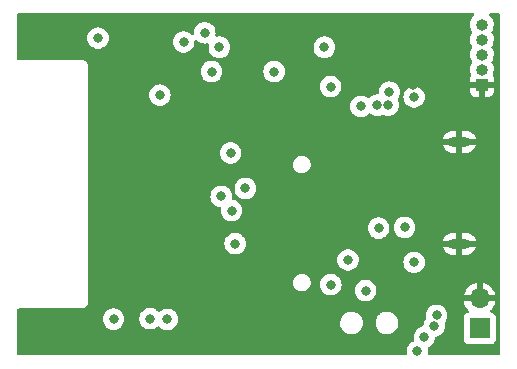
<source format=gbr>
%TF.GenerationSoftware,KiCad,Pcbnew,(6.0.2)*%
%TF.CreationDate,2022-03-05T20:45:56+08:00*%
%TF.ProjectId,screen,73637265-656e-42e6-9b69-6361645f7063,rev?*%
%TF.SameCoordinates,Original*%
%TF.FileFunction,Copper,L2,Inr*%
%TF.FilePolarity,Positive*%
%FSLAX46Y46*%
G04 Gerber Fmt 4.6, Leading zero omitted, Abs format (unit mm)*
G04 Created by KiCad (PCBNEW (6.0.2)) date 2022-03-05 20:45:56*
%MOMM*%
%LPD*%
G01*
G04 APERTURE LIST*
%TA.AperFunction,ComponentPad*%
%ADD10R,1.000000X1.000000*%
%TD*%
%TA.AperFunction,ComponentPad*%
%ADD11O,1.000000X1.000000*%
%TD*%
%TA.AperFunction,ComponentPad*%
%ADD12O,1.850000X0.850000*%
%TD*%
%TA.AperFunction,ComponentPad*%
%ADD13R,1.700000X1.700000*%
%TD*%
%TA.AperFunction,ComponentPad*%
%ADD14O,1.700000X1.700000*%
%TD*%
%TA.AperFunction,ViaPad*%
%ADD15C,0.800000*%
%TD*%
G04 APERTURE END LIST*
D10*
%TO.N,GND*%
%TO.C,J1*%
X137350000Y-42250000D03*
D11*
%TO.N,/GPIO0*%
X137350000Y-40980000D03*
%TO.N,/RXD*%
X137350000Y-39710000D03*
%TO.N,/TXD*%
X137350000Y-38440000D03*
%TO.N,/EN*%
X137350000Y-37170000D03*
%TD*%
D12*
%TO.N,GND*%
%TO.C,J2*%
X135450000Y-47080000D03*
X135450000Y-55720000D03*
%TD*%
D13*
%TO.N,+BATT*%
%TO.C,J3*%
X137170000Y-62880000D03*
D14*
%TO.N,GND*%
X137170000Y-60340000D03*
%TD*%
D15*
%TO.N,+3V3*%
X126020000Y-57080000D03*
X124020000Y-39070000D03*
X115130000Y-39070000D03*
X106170000Y-62090000D03*
X110720000Y-62110000D03*
X130820000Y-54330000D03*
X116470000Y-55700000D03*
%TO.N,GND*%
X121570000Y-43080000D03*
X127440000Y-39930000D03*
X106290000Y-47660000D03*
X107680000Y-47610000D03*
X106330000Y-49200000D03*
X115720000Y-64090000D03*
X128620000Y-51680000D03*
X107760000Y-62100000D03*
X125720000Y-49780000D03*
X131520000Y-42230000D03*
X114450000Y-64070000D03*
X117210000Y-64120000D03*
X114950000Y-56140000D03*
X107780000Y-49150000D03*
%TO.N,Net-(D2-Pad2)*%
X132495000Y-63605000D03*
X128520000Y-43980000D03*
%TO.N,Net-(C2-Pad1)*%
X127520000Y-59680000D03*
X128620000Y-54380000D03*
%TO.N,/GPIO0*%
X114470000Y-41130000D03*
X119770000Y-41130000D03*
X116170000Y-52900000D03*
%TO.N,/GPIO2*%
X116090000Y-48020000D03*
%TO.N,/GPIO14*%
X115290000Y-51700000D03*
%TO.N,/GPIO13*%
X117330000Y-51030000D03*
%TO.N,/GPIO5*%
X113900000Y-37850000D03*
X110090000Y-43120000D03*
%TO.N,Net-(D2-Pad1)*%
X131895000Y-64830000D03*
X127120000Y-44080000D03*
%TO.N,Net-(R7-Pad2)*%
X104860000Y-38300000D03*
X112109488Y-38632690D03*
%TO.N,+BATT*%
X124570000Y-59180000D03*
X131620000Y-57280000D03*
X109270000Y-62050000D03*
X131620000Y-43280000D03*
%TO.N,Net-(D3-Pad1)*%
X129420000Y-43980000D03*
X133320000Y-62680000D03*
%TO.N,Net-(D3-Pad2)*%
X129520000Y-42880000D03*
X133520000Y-61780000D03*
%TO.N,Net-(Q1-Pad3)*%
X124560000Y-42410000D03*
%TD*%
%TA.AperFunction,Conductor*%
%TO.N,GND*%
G36*
X136672148Y-36208002D02*
G01*
X136718641Y-36261658D01*
X136728745Y-36331932D01*
X136699251Y-36396512D01*
X136682986Y-36412190D01*
X136640975Y-36445968D01*
X136513846Y-36597474D01*
X136510879Y-36602872D01*
X136510875Y-36602877D01*
X136507397Y-36609204D01*
X136418567Y-36770787D01*
X136416706Y-36776654D01*
X136416705Y-36776656D01*
X136364413Y-36941500D01*
X136358765Y-36959306D01*
X136336719Y-37155851D01*
X136337235Y-37161995D01*
X136350400Y-37318774D01*
X136353268Y-37352934D01*
X136354967Y-37358858D01*
X136397216Y-37506197D01*
X136407783Y-37543050D01*
X136410602Y-37548535D01*
X136467925Y-37660072D01*
X136498187Y-37718956D01*
X136502016Y-37723787D01*
X136503839Y-37726088D01*
X136504414Y-37727509D01*
X136505353Y-37728966D01*
X136505076Y-37729144D01*
X136530474Y-37791898D01*
X136517301Y-37861662D01*
X136513846Y-37867474D01*
X136418567Y-38040787D01*
X136416706Y-38046654D01*
X136416705Y-38046656D01*
X136410614Y-38065858D01*
X136358765Y-38229306D01*
X136336719Y-38425851D01*
X136337235Y-38431995D01*
X136342100Y-38489928D01*
X136353268Y-38622934D01*
X136357948Y-38639255D01*
X136391748Y-38757128D01*
X136407783Y-38813050D01*
X136498187Y-38988956D01*
X136502016Y-38993787D01*
X136503839Y-38996088D01*
X136504414Y-38997509D01*
X136505353Y-38998966D01*
X136505076Y-38999144D01*
X136530474Y-39061898D01*
X136517301Y-39131662D01*
X136513846Y-39137474D01*
X136418567Y-39310787D01*
X136416706Y-39316654D01*
X136416705Y-39316656D01*
X136382714Y-39423808D01*
X136358765Y-39499306D01*
X136336719Y-39695851D01*
X136337235Y-39701995D01*
X136350271Y-39857237D01*
X136353268Y-39892934D01*
X136407783Y-40083050D01*
X136410602Y-40088535D01*
X136492160Y-40247228D01*
X136498187Y-40258956D01*
X136502016Y-40263787D01*
X136503839Y-40266088D01*
X136504414Y-40267509D01*
X136505353Y-40268966D01*
X136505076Y-40269144D01*
X136530474Y-40331898D01*
X136517301Y-40401662D01*
X136513846Y-40407474D01*
X136418567Y-40580787D01*
X136416706Y-40586654D01*
X136416705Y-40586656D01*
X136384578Y-40687932D01*
X136358765Y-40769306D01*
X136336719Y-40965851D01*
X136337235Y-40971995D01*
X136350503Y-41130000D01*
X136353268Y-41162934D01*
X136357205Y-41176664D01*
X136400086Y-41326206D01*
X136407783Y-41353050D01*
X136410602Y-41358535D01*
X136414402Y-41365929D01*
X136427750Y-41435660D01*
X136407667Y-41487468D01*
X136409521Y-41488483D01*
X136396677Y-41511942D01*
X136351522Y-41632394D01*
X136347895Y-41647649D01*
X136342369Y-41698514D01*
X136342000Y-41705328D01*
X136342000Y-41977885D01*
X136346475Y-41993124D01*
X136347865Y-41994329D01*
X136355548Y-41996000D01*
X138339884Y-41996000D01*
X138355123Y-41991525D01*
X138356328Y-41990135D01*
X138357999Y-41982452D01*
X138357999Y-41705331D01*
X138357629Y-41698510D01*
X138352105Y-41647648D01*
X138348479Y-41632396D01*
X138303324Y-41511946D01*
X138290478Y-41488483D01*
X138292602Y-41487320D01*
X138272313Y-41433007D01*
X138278429Y-41384183D01*
X138336250Y-41210365D01*
X138338197Y-41204513D01*
X138362985Y-41008295D01*
X138363380Y-40980000D01*
X138344080Y-40783167D01*
X138286916Y-40593831D01*
X138194066Y-40419204D01*
X138190167Y-40414424D01*
X138189715Y-40413743D01*
X138168676Y-40345935D01*
X138185105Y-40281775D01*
X138192923Y-40268014D01*
X138218567Y-40222872D01*
X138272723Y-40127542D01*
X138272725Y-40127537D01*
X138275769Y-40122179D01*
X138338197Y-39934513D01*
X138362985Y-39738295D01*
X138363380Y-39710000D01*
X138344080Y-39513167D01*
X138286916Y-39323831D01*
X138194066Y-39149204D01*
X138190167Y-39144424D01*
X138189715Y-39143743D01*
X138168676Y-39075935D01*
X138185105Y-39011775D01*
X138272723Y-38857542D01*
X138272725Y-38857537D01*
X138275769Y-38852179D01*
X138338197Y-38664513D01*
X138362985Y-38468295D01*
X138363380Y-38440000D01*
X138344080Y-38243167D01*
X138286916Y-38053831D01*
X138194066Y-37879204D01*
X138190167Y-37874424D01*
X138189715Y-37873743D01*
X138168676Y-37805935D01*
X138185105Y-37741775D01*
X138194316Y-37725562D01*
X138227791Y-37666635D01*
X138272723Y-37587542D01*
X138272725Y-37587537D01*
X138275769Y-37582179D01*
X138338197Y-37394513D01*
X138362985Y-37198295D01*
X138363380Y-37170000D01*
X138344080Y-36973167D01*
X138334934Y-36942872D01*
X138288697Y-36789731D01*
X138286916Y-36783831D01*
X138194066Y-36609204D01*
X138123709Y-36522938D01*
X138072960Y-36460713D01*
X138072957Y-36460710D01*
X138069065Y-36455938D01*
X138057014Y-36445968D01*
X138014847Y-36411085D01*
X137975108Y-36352251D01*
X137973486Y-36281273D01*
X138010496Y-36220686D01*
X138074386Y-36189725D01*
X138095162Y-36188000D01*
X138761000Y-36188000D01*
X138829121Y-36208002D01*
X138875614Y-36261658D01*
X138887000Y-36314000D01*
X138887000Y-65046000D01*
X138866998Y-65114121D01*
X138813342Y-65160614D01*
X138761000Y-65172000D01*
X132911110Y-65172000D01*
X132842989Y-65151998D01*
X132796496Y-65098342D01*
X132786392Y-65028068D01*
X132786992Y-65024698D01*
X132788542Y-65019928D01*
X132789231Y-65013373D01*
X132789232Y-65013368D01*
X132807814Y-64836565D01*
X132808504Y-64830000D01*
X132788542Y-64640072D01*
X132774979Y-64598329D01*
X132772951Y-64527363D01*
X132809614Y-64466565D01*
X132843563Y-64444287D01*
X132945722Y-64398803D01*
X132945724Y-64398802D01*
X132951752Y-64396118D01*
X133106253Y-64283866D01*
X133155681Y-64228971D01*
X133229621Y-64146852D01*
X133229622Y-64146851D01*
X133234040Y-64141944D01*
X133295093Y-64036197D01*
X133326223Y-63982279D01*
X133326224Y-63982278D01*
X133329527Y-63976556D01*
X133388542Y-63794928D01*
X133390307Y-63778134D01*
X135811500Y-63778134D01*
X135818255Y-63840316D01*
X135869385Y-63976705D01*
X135956739Y-64093261D01*
X136073295Y-64180615D01*
X136209684Y-64231745D01*
X136271866Y-64238500D01*
X138068134Y-64238500D01*
X138130316Y-64231745D01*
X138266705Y-64180615D01*
X138383261Y-64093261D01*
X138470615Y-63976705D01*
X138521745Y-63840316D01*
X138528500Y-63778134D01*
X138528500Y-61981866D01*
X138521745Y-61919684D01*
X138470615Y-61783295D01*
X138383261Y-61666739D01*
X138266705Y-61579385D01*
X138196473Y-61553056D01*
X138147687Y-61534767D01*
X138090923Y-61492125D01*
X138066223Y-61425564D01*
X138081430Y-61356215D01*
X138102977Y-61327535D01*
X138204052Y-61226812D01*
X138210730Y-61218965D01*
X138335003Y-61046020D01*
X138340313Y-61037183D01*
X138434670Y-60846267D01*
X138438469Y-60836672D01*
X138500377Y-60632910D01*
X138502555Y-60622837D01*
X138503986Y-60611962D01*
X138501775Y-60597778D01*
X138488617Y-60594000D01*
X135853225Y-60594000D01*
X135839694Y-60597973D01*
X135838257Y-60607966D01*
X135868565Y-60742446D01*
X135871645Y-60752275D01*
X135951770Y-60949603D01*
X135956413Y-60958794D01*
X136067694Y-61140388D01*
X136073777Y-61148699D01*
X136213213Y-61309667D01*
X136220577Y-61316879D01*
X136225522Y-61320985D01*
X136265156Y-61379889D01*
X136266653Y-61450870D01*
X136229537Y-61511392D01*
X136189264Y-61535910D01*
X136081705Y-61576232D01*
X136081704Y-61576233D01*
X136073295Y-61579385D01*
X135956739Y-61666739D01*
X135869385Y-61783295D01*
X135818255Y-61919684D01*
X135811500Y-61981866D01*
X135811500Y-63778134D01*
X133390307Y-63778134D01*
X133400549Y-63680684D01*
X133427562Y-63615028D01*
X133485783Y-63574398D01*
X133499662Y-63570608D01*
X133508397Y-63568751D01*
X133602288Y-63548794D01*
X133608319Y-63546109D01*
X133770722Y-63473803D01*
X133770724Y-63473802D01*
X133776752Y-63471118D01*
X133931253Y-63358866D01*
X133986558Y-63297444D01*
X134054621Y-63221852D01*
X134054622Y-63221851D01*
X134059040Y-63216944D01*
X134141333Y-63074409D01*
X134151223Y-63057279D01*
X134151224Y-63057278D01*
X134154527Y-63051556D01*
X134213542Y-62869928D01*
X134233504Y-62680000D01*
X134225549Y-62604315D01*
X134214233Y-62496642D01*
X134214232Y-62496635D01*
X134213542Y-62490072D01*
X134208733Y-62475271D01*
X134206750Y-62469167D01*
X134204724Y-62398199D01*
X134232948Y-62345922D01*
X134254621Y-62321852D01*
X134254622Y-62321851D01*
X134259040Y-62316944D01*
X134303505Y-62239928D01*
X134351223Y-62157279D01*
X134351224Y-62157278D01*
X134354527Y-62151556D01*
X134413542Y-61969928D01*
X134419601Y-61912285D01*
X134432814Y-61786565D01*
X134433504Y-61780000D01*
X134421600Y-61666739D01*
X134414232Y-61596635D01*
X134414232Y-61596633D01*
X134413542Y-61590072D01*
X134354527Y-61408444D01*
X134259040Y-61243056D01*
X134237349Y-61218965D01*
X134135675Y-61106045D01*
X134135674Y-61106044D01*
X134131253Y-61101134D01*
X133976752Y-60988882D01*
X133970724Y-60986198D01*
X133970722Y-60986197D01*
X133808319Y-60913891D01*
X133808318Y-60913891D01*
X133802288Y-60911206D01*
X133708887Y-60891353D01*
X133621944Y-60872872D01*
X133621939Y-60872872D01*
X133615487Y-60871500D01*
X133424513Y-60871500D01*
X133418061Y-60872872D01*
X133418056Y-60872872D01*
X133331113Y-60891353D01*
X133237712Y-60911206D01*
X133231682Y-60913891D01*
X133231681Y-60913891D01*
X133069278Y-60986197D01*
X133069276Y-60986198D01*
X133063248Y-60988882D01*
X132908747Y-61101134D01*
X132904326Y-61106044D01*
X132904325Y-61106045D01*
X132802652Y-61218965D01*
X132780960Y-61243056D01*
X132685473Y-61408444D01*
X132626458Y-61590072D01*
X132625768Y-61596633D01*
X132625768Y-61596635D01*
X132618400Y-61666739D01*
X132606496Y-61780000D01*
X132607186Y-61786565D01*
X132621908Y-61926635D01*
X132626458Y-61969928D01*
X132628500Y-61976212D01*
X132633250Y-61990833D01*
X132635276Y-62061801D01*
X132607052Y-62114078D01*
X132580960Y-62143056D01*
X132485473Y-62308444D01*
X132426458Y-62490072D01*
X132416277Y-62586944D01*
X132414451Y-62604315D01*
X132387438Y-62669972D01*
X132329217Y-62710602D01*
X132315337Y-62714392D01*
X132212712Y-62736206D01*
X132206682Y-62738891D01*
X132206681Y-62738891D01*
X132044278Y-62811197D01*
X132044276Y-62811198D01*
X132038248Y-62813882D01*
X132032907Y-62817762D01*
X132032906Y-62817763D01*
X132006103Y-62837237D01*
X131883747Y-62926134D01*
X131879326Y-62931044D01*
X131879325Y-62931045D01*
X131765664Y-63057279D01*
X131755960Y-63068056D01*
X131712700Y-63142985D01*
X131667166Y-63221852D01*
X131660473Y-63233444D01*
X131601458Y-63415072D01*
X131581496Y-63605000D01*
X131601458Y-63794928D01*
X131603497Y-63801203D01*
X131615021Y-63836669D01*
X131617049Y-63907637D01*
X131580386Y-63968435D01*
X131546437Y-63990713D01*
X131444278Y-64036197D01*
X131444276Y-64036198D01*
X131438248Y-64038882D01*
X131283747Y-64151134D01*
X131279326Y-64156044D01*
X131279325Y-64156045D01*
X131168657Y-64278955D01*
X131155960Y-64293056D01*
X131152659Y-64298774D01*
X131068647Y-64444287D01*
X131060473Y-64458444D01*
X131001458Y-64640072D01*
X130981496Y-64830000D01*
X130982186Y-64836565D01*
X131000768Y-65013368D01*
X131000769Y-65013373D01*
X131001458Y-65019928D01*
X131002000Y-65021597D01*
X130996733Y-65090597D01*
X130953915Y-65147229D01*
X130887277Y-65171721D01*
X130878890Y-65172000D01*
X98129000Y-65172000D01*
X98060879Y-65151998D01*
X98014386Y-65098342D01*
X98003000Y-65046000D01*
X98003000Y-62090000D01*
X105256496Y-62090000D01*
X105257186Y-62096565D01*
X105274638Y-62262607D01*
X105276458Y-62279928D01*
X105335473Y-62461556D01*
X105430960Y-62626944D01*
X105435378Y-62631851D01*
X105435379Y-62631852D01*
X105526227Y-62732749D01*
X105558747Y-62768866D01*
X105620706Y-62813882D01*
X105661889Y-62843803D01*
X105713248Y-62881118D01*
X105719276Y-62883802D01*
X105719278Y-62883803D01*
X105813143Y-62925594D01*
X105887712Y-62958794D01*
X105981112Y-62978647D01*
X106068056Y-62997128D01*
X106068061Y-62997128D01*
X106074513Y-62998500D01*
X106265487Y-62998500D01*
X106271939Y-62997128D01*
X106271944Y-62997128D01*
X106358888Y-62978647D01*
X106452288Y-62958794D01*
X106526857Y-62925594D01*
X106620722Y-62883803D01*
X106620724Y-62883802D01*
X106626752Y-62881118D01*
X106678112Y-62843803D01*
X106719294Y-62813882D01*
X106781253Y-62768866D01*
X106813773Y-62732749D01*
X106904621Y-62631852D01*
X106904622Y-62631851D01*
X106909040Y-62626944D01*
X107004527Y-62461556D01*
X107063542Y-62279928D01*
X107065363Y-62262607D01*
X107082814Y-62096565D01*
X107083504Y-62090000D01*
X107079300Y-62050000D01*
X108356496Y-62050000D01*
X108357186Y-62056565D01*
X108369151Y-62170401D01*
X108376458Y-62239928D01*
X108435473Y-62421556D01*
X108438776Y-62427278D01*
X108438777Y-62427279D01*
X108454938Y-62455271D01*
X108530960Y-62586944D01*
X108535378Y-62591851D01*
X108535379Y-62591852D01*
X108654325Y-62723955D01*
X108658747Y-62728866D01*
X108813248Y-62841118D01*
X108819276Y-62843802D01*
X108819278Y-62843803D01*
X108954041Y-62903803D01*
X108987712Y-62918794D01*
X109081112Y-62938647D01*
X109168056Y-62957128D01*
X109168061Y-62957128D01*
X109174513Y-62958500D01*
X109365487Y-62958500D01*
X109371939Y-62957128D01*
X109371944Y-62957128D01*
X109458888Y-62938647D01*
X109552288Y-62918794D01*
X109585959Y-62903803D01*
X109720722Y-62843803D01*
X109720724Y-62843802D01*
X109726752Y-62841118D01*
X109798671Y-62788866D01*
X109873039Y-62734834D01*
X109881253Y-62728866D01*
X109883862Y-62725969D01*
X109946967Y-62695686D01*
X110017421Y-62704452D01*
X110060901Y-62735728D01*
X110108747Y-62788866D01*
X110263248Y-62901118D01*
X110269276Y-62903802D01*
X110269278Y-62903803D01*
X110431681Y-62976109D01*
X110437712Y-62978794D01*
X110501808Y-62992418D01*
X110618056Y-63017128D01*
X110618061Y-63017128D01*
X110624513Y-63018500D01*
X110815487Y-63018500D01*
X110821939Y-63017128D01*
X110821944Y-63017128D01*
X110938192Y-62992418D01*
X111002288Y-62978794D01*
X111008319Y-62976109D01*
X111170722Y-62903803D01*
X111170724Y-62903802D01*
X111176752Y-62901118D01*
X111331253Y-62788866D01*
X111429276Y-62680000D01*
X111454621Y-62651852D01*
X111454622Y-62651851D01*
X111459040Y-62646944D01*
X111554527Y-62481556D01*
X111562485Y-62457064D01*
X125357707Y-62457064D01*
X125386825Y-62649599D01*
X125389028Y-62655585D01*
X125389029Y-62655591D01*
X125451860Y-62826360D01*
X125451862Y-62826365D01*
X125454063Y-62832346D01*
X125481897Y-62877237D01*
X125545716Y-62980166D01*
X125556674Y-62997840D01*
X125561055Y-63002473D01*
X125561056Y-63002474D01*
X125624312Y-63069366D01*
X125690466Y-63139322D01*
X125849975Y-63251011D01*
X125855838Y-63253548D01*
X126022825Y-63325810D01*
X126022829Y-63325811D01*
X126028684Y-63328345D01*
X126034931Y-63329650D01*
X126034934Y-63329651D01*
X126214557Y-63367176D01*
X126214562Y-63367177D01*
X126219293Y-63368165D01*
X126225685Y-63368500D01*
X126368663Y-63368500D01*
X126437951Y-63361462D01*
X126507378Y-63354410D01*
X126507379Y-63354410D01*
X126513727Y-63353765D01*
X126594843Y-63328345D01*
X126693451Y-63297444D01*
X126693456Y-63297442D01*
X126699541Y-63295535D01*
X126786475Y-63247346D01*
X126864271Y-63204223D01*
X126864274Y-63204221D01*
X126869850Y-63201130D01*
X126874691Y-63196981D01*
X126874695Y-63196978D01*
X127012855Y-63078560D01*
X127017698Y-63074409D01*
X127030986Y-63057279D01*
X127107378Y-62958794D01*
X127137046Y-62920547D01*
X127145286Y-62903803D01*
X127220200Y-62751556D01*
X127223018Y-62745829D01*
X127227437Y-62728866D01*
X127270492Y-62563575D01*
X127270492Y-62563572D01*
X127272102Y-62557393D01*
X127277360Y-62457064D01*
X128357707Y-62457064D01*
X128386825Y-62649599D01*
X128389028Y-62655585D01*
X128389029Y-62655591D01*
X128451860Y-62826360D01*
X128451862Y-62826365D01*
X128454063Y-62832346D01*
X128481897Y-62877237D01*
X128545716Y-62980166D01*
X128556674Y-62997840D01*
X128561055Y-63002473D01*
X128561056Y-63002474D01*
X128624312Y-63069366D01*
X128690466Y-63139322D01*
X128849975Y-63251011D01*
X128855838Y-63253548D01*
X129022825Y-63325810D01*
X129022829Y-63325811D01*
X129028684Y-63328345D01*
X129034931Y-63329650D01*
X129034934Y-63329651D01*
X129214557Y-63367176D01*
X129214562Y-63367177D01*
X129219293Y-63368165D01*
X129225685Y-63368500D01*
X129368663Y-63368500D01*
X129437951Y-63361462D01*
X129507378Y-63354410D01*
X129507379Y-63354410D01*
X129513727Y-63353765D01*
X129594843Y-63328345D01*
X129693451Y-63297444D01*
X129693456Y-63297442D01*
X129699541Y-63295535D01*
X129786475Y-63247346D01*
X129864271Y-63204223D01*
X129864274Y-63204221D01*
X129869850Y-63201130D01*
X129874691Y-63196981D01*
X129874695Y-63196978D01*
X130012855Y-63078560D01*
X130017698Y-63074409D01*
X130030986Y-63057279D01*
X130107378Y-62958794D01*
X130137046Y-62920547D01*
X130145286Y-62903803D01*
X130220200Y-62751556D01*
X130223018Y-62745829D01*
X130227437Y-62728866D01*
X130270492Y-62563575D01*
X130270492Y-62563572D01*
X130272102Y-62557393D01*
X130279550Y-62415271D01*
X130281959Y-62369317D01*
X130281959Y-62369313D01*
X130282293Y-62362936D01*
X130253175Y-62170401D01*
X130250972Y-62164415D01*
X130250971Y-62164409D01*
X130188140Y-61993640D01*
X130188138Y-61993635D01*
X130185937Y-61987654D01*
X130083326Y-61822160D01*
X130054525Y-61791703D01*
X129953919Y-61685315D01*
X129949534Y-61680678D01*
X129790025Y-61568989D01*
X129713584Y-61535910D01*
X129617175Y-61494190D01*
X129617171Y-61494189D01*
X129611316Y-61491655D01*
X129605069Y-61490350D01*
X129605066Y-61490349D01*
X129425443Y-61452824D01*
X129425438Y-61452823D01*
X129420707Y-61451835D01*
X129414315Y-61451500D01*
X129271337Y-61451500D01*
X129231485Y-61455548D01*
X129132622Y-61465590D01*
X129132621Y-61465590D01*
X129126273Y-61466235D01*
X129069939Y-61483889D01*
X128946549Y-61522556D01*
X128946544Y-61522558D01*
X128940459Y-61524465D01*
X128888880Y-61553056D01*
X128775729Y-61615777D01*
X128775726Y-61615779D01*
X128770150Y-61618870D01*
X128765309Y-61623019D01*
X128765305Y-61623022D01*
X128627145Y-61741440D01*
X128622302Y-61745591D01*
X128618391Y-61750633D01*
X128618390Y-61750634D01*
X128593056Y-61783295D01*
X128502954Y-61899453D01*
X128500138Y-61905176D01*
X128500136Y-61905179D01*
X128457989Y-61990833D01*
X128416982Y-62074171D01*
X128415373Y-62080349D01*
X128415372Y-62080351D01*
X128393477Y-62164409D01*
X128367898Y-62262607D01*
X128357707Y-62457064D01*
X127277360Y-62457064D01*
X127279550Y-62415271D01*
X127281959Y-62369317D01*
X127281959Y-62369313D01*
X127282293Y-62362936D01*
X127253175Y-62170401D01*
X127250972Y-62164415D01*
X127250971Y-62164409D01*
X127188140Y-61993640D01*
X127188138Y-61993635D01*
X127185937Y-61987654D01*
X127083326Y-61822160D01*
X127054525Y-61791703D01*
X126953919Y-61685315D01*
X126949534Y-61680678D01*
X126790025Y-61568989D01*
X126713584Y-61535910D01*
X126617175Y-61494190D01*
X126617171Y-61494189D01*
X126611316Y-61491655D01*
X126605069Y-61490350D01*
X126605066Y-61490349D01*
X126425443Y-61452824D01*
X126425438Y-61452823D01*
X126420707Y-61451835D01*
X126414315Y-61451500D01*
X126271337Y-61451500D01*
X126231485Y-61455548D01*
X126132622Y-61465590D01*
X126132621Y-61465590D01*
X126126273Y-61466235D01*
X126069939Y-61483889D01*
X125946549Y-61522556D01*
X125946544Y-61522558D01*
X125940459Y-61524465D01*
X125888880Y-61553056D01*
X125775729Y-61615777D01*
X125775726Y-61615779D01*
X125770150Y-61618870D01*
X125765309Y-61623019D01*
X125765305Y-61623022D01*
X125627145Y-61741440D01*
X125622302Y-61745591D01*
X125618391Y-61750633D01*
X125618390Y-61750634D01*
X125593056Y-61783295D01*
X125502954Y-61899453D01*
X125500138Y-61905176D01*
X125500136Y-61905179D01*
X125457989Y-61990833D01*
X125416982Y-62074171D01*
X125415373Y-62080349D01*
X125415372Y-62080351D01*
X125393477Y-62164409D01*
X125367898Y-62262607D01*
X125357707Y-62457064D01*
X111562485Y-62457064D01*
X111613542Y-62299928D01*
X111627786Y-62164409D01*
X111632814Y-62116565D01*
X111633504Y-62110000D01*
X111619680Y-61978469D01*
X111614232Y-61926635D01*
X111614232Y-61926633D01*
X111613542Y-61920072D01*
X111554527Y-61738444D01*
X111459040Y-61573056D01*
X111446181Y-61558774D01*
X111335675Y-61436045D01*
X111335674Y-61436044D01*
X111331253Y-61431134D01*
X111176752Y-61318882D01*
X111170724Y-61316198D01*
X111170722Y-61316197D01*
X111008319Y-61243891D01*
X111008318Y-61243891D01*
X111002288Y-61241206D01*
X110897653Y-61218965D01*
X110821944Y-61202872D01*
X110821939Y-61202872D01*
X110815487Y-61201500D01*
X110624513Y-61201500D01*
X110618061Y-61202872D01*
X110618056Y-61202872D01*
X110542347Y-61218965D01*
X110437712Y-61241206D01*
X110431682Y-61243891D01*
X110431681Y-61243891D01*
X110269278Y-61316197D01*
X110269276Y-61316198D01*
X110263248Y-61318882D01*
X110257907Y-61322762D01*
X110257906Y-61322763D01*
X110184576Y-61376041D01*
X110108747Y-61431134D01*
X110106138Y-61434031D01*
X110043033Y-61464314D01*
X109972579Y-61455548D01*
X109929099Y-61424272D01*
X109881253Y-61371134D01*
X109781807Y-61298882D01*
X109732094Y-61262763D01*
X109732093Y-61262762D01*
X109726752Y-61258882D01*
X109720724Y-61256198D01*
X109720722Y-61256197D01*
X109558319Y-61183891D01*
X109558318Y-61183891D01*
X109552288Y-61181206D01*
X109458887Y-61161353D01*
X109371944Y-61142872D01*
X109371939Y-61142872D01*
X109365487Y-61141500D01*
X109174513Y-61141500D01*
X109168061Y-61142872D01*
X109168056Y-61142872D01*
X109081113Y-61161353D01*
X108987712Y-61181206D01*
X108981682Y-61183891D01*
X108981681Y-61183891D01*
X108819278Y-61256197D01*
X108819276Y-61256198D01*
X108813248Y-61258882D01*
X108807907Y-61262762D01*
X108807906Y-61262763D01*
X108758193Y-61298882D01*
X108658747Y-61371134D01*
X108654329Y-61376041D01*
X108654325Y-61376045D01*
X108550230Y-61491655D01*
X108530960Y-61513056D01*
X108522185Y-61528255D01*
X108445338Y-61661358D01*
X108435473Y-61678444D01*
X108376458Y-61860072D01*
X108375768Y-61866633D01*
X108375768Y-61866635D01*
X108370152Y-61920072D01*
X108356496Y-62050000D01*
X107079300Y-62050000D01*
X107063542Y-61900072D01*
X107004527Y-61718444D01*
X106909040Y-61553056D01*
X106888832Y-61530612D01*
X106785675Y-61416045D01*
X106785674Y-61416044D01*
X106781253Y-61411134D01*
X106626752Y-61298882D01*
X106620724Y-61296198D01*
X106620722Y-61296197D01*
X106458319Y-61223891D01*
X106458318Y-61223891D01*
X106452288Y-61221206D01*
X106349634Y-61199386D01*
X106271944Y-61182872D01*
X106271939Y-61182872D01*
X106265487Y-61181500D01*
X106074513Y-61181500D01*
X106068061Y-61182872D01*
X106068056Y-61182872D01*
X105990366Y-61199386D01*
X105887712Y-61221206D01*
X105881682Y-61223891D01*
X105881681Y-61223891D01*
X105719278Y-61296197D01*
X105719276Y-61296198D01*
X105713248Y-61298882D01*
X105558747Y-61411134D01*
X105554326Y-61416044D01*
X105554325Y-61416045D01*
X105451169Y-61530612D01*
X105430960Y-61553056D01*
X105335473Y-61718444D01*
X105276458Y-61900072D01*
X105256496Y-62090000D01*
X98003000Y-62090000D01*
X98003000Y-61314000D01*
X98023002Y-61245879D01*
X98076658Y-61199386D01*
X98129000Y-61188000D01*
X103486298Y-61188000D01*
X103487069Y-61188002D01*
X103564652Y-61188476D01*
X103573281Y-61186010D01*
X103573286Y-61186009D01*
X103593048Y-61180361D01*
X103609809Y-61176783D01*
X103630152Y-61173870D01*
X103630162Y-61173867D01*
X103639045Y-61172595D01*
X103662395Y-61161979D01*
X103679907Y-61155536D01*
X103695937Y-61150954D01*
X103704565Y-61148488D01*
X103729548Y-61132726D01*
X103744614Y-61124596D01*
X103771510Y-61112367D01*
X103790939Y-61095626D01*
X103805947Y-61084521D01*
X103820039Y-61075630D01*
X103827631Y-61070840D01*
X103847182Y-61048703D01*
X103859374Y-61036659D01*
X103874949Y-61023239D01*
X103874950Y-61023237D01*
X103881747Y-61017381D01*
X103886626Y-61009853D01*
X103886629Y-61009850D01*
X103895696Y-60995861D01*
X103906986Y-60980987D01*
X103918012Y-60968502D01*
X103923956Y-60961772D01*
X103936510Y-60935034D01*
X103944824Y-60920065D01*
X103960893Y-60895273D01*
X103968239Y-60870709D01*
X103974901Y-60853264D01*
X103981983Y-60838179D01*
X103985799Y-60830052D01*
X103990343Y-60800870D01*
X103994126Y-60784151D01*
X104000014Y-60764464D01*
X104000015Y-60764461D01*
X104002587Y-60755859D01*
X104002797Y-60721444D01*
X104002830Y-60720672D01*
X104003000Y-60719577D01*
X104003000Y-60688702D01*
X104003002Y-60687932D01*
X104003452Y-60614284D01*
X104003452Y-60614283D01*
X104003476Y-60610348D01*
X104003092Y-60609004D01*
X104003000Y-60607659D01*
X104003000Y-59040862D01*
X121355497Y-59040862D01*
X121356737Y-59048078D01*
X121356737Y-59048080D01*
X121383274Y-59202517D01*
X121385134Y-59213340D01*
X121453654Y-59374373D01*
X121557383Y-59515324D01*
X121562961Y-59520063D01*
X121562964Y-59520066D01*
X121685176Y-59623893D01*
X121685180Y-59623896D01*
X121690755Y-59628632D01*
X121757373Y-59662649D01*
X121787687Y-59678128D01*
X121846616Y-59708219D01*
X121853721Y-59709958D01*
X121853725Y-59709959D01*
X121934858Y-59729811D01*
X122016606Y-59749815D01*
X122022206Y-59750162D01*
X122022210Y-59750163D01*
X122025709Y-59750380D01*
X122025718Y-59750380D01*
X122027648Y-59750500D01*
X122153822Y-59750500D01*
X122245369Y-59739827D01*
X122276556Y-59736191D01*
X122276558Y-59736191D01*
X122283828Y-59735343D01*
X122290705Y-59732847D01*
X122290708Y-59732846D01*
X122441452Y-59678128D01*
X122448331Y-59675631D01*
X122594685Y-59579677D01*
X122715040Y-59452628D01*
X122802939Y-59301298D01*
X122839677Y-59180000D01*
X123656496Y-59180000D01*
X123676458Y-59369928D01*
X123735473Y-59551556D01*
X123830960Y-59716944D01*
X123835378Y-59721851D01*
X123835379Y-59721852D01*
X123848290Y-59736191D01*
X123958747Y-59858866D01*
X124113248Y-59971118D01*
X124119276Y-59973802D01*
X124119278Y-59973803D01*
X124279799Y-60045271D01*
X124287712Y-60048794D01*
X124377528Y-60067885D01*
X124468056Y-60087128D01*
X124468061Y-60087128D01*
X124474513Y-60088500D01*
X124665487Y-60088500D01*
X124671939Y-60087128D01*
X124671944Y-60087128D01*
X124762472Y-60067885D01*
X124852288Y-60048794D01*
X124860201Y-60045271D01*
X125020722Y-59973803D01*
X125020724Y-59973802D01*
X125026752Y-59971118D01*
X125181253Y-59858866D01*
X125291710Y-59736191D01*
X125304621Y-59721852D01*
X125304622Y-59721851D01*
X125309040Y-59716944D01*
X125330370Y-59680000D01*
X126606496Y-59680000D01*
X126626458Y-59869928D01*
X126685473Y-60051556D01*
X126688776Y-60057278D01*
X126688777Y-60057279D01*
X126706803Y-60088500D01*
X126780960Y-60216944D01*
X126785378Y-60221851D01*
X126785379Y-60221852D01*
X126894118Y-60342619D01*
X126908747Y-60358866D01*
X126926815Y-60371993D01*
X127054452Y-60464727D01*
X127063248Y-60471118D01*
X127069276Y-60473802D01*
X127069278Y-60473803D01*
X127124212Y-60498261D01*
X127237712Y-60548794D01*
X127331112Y-60568647D01*
X127418056Y-60587128D01*
X127418061Y-60587128D01*
X127424513Y-60588500D01*
X127615487Y-60588500D01*
X127621939Y-60587128D01*
X127621944Y-60587128D01*
X127708888Y-60568647D01*
X127802288Y-60548794D01*
X127915788Y-60498261D01*
X127970722Y-60473803D01*
X127970724Y-60473802D01*
X127976752Y-60471118D01*
X127985549Y-60464727D01*
X128113185Y-60371993D01*
X128131253Y-60358866D01*
X128145882Y-60342619D01*
X128254621Y-60221852D01*
X128254622Y-60221851D01*
X128259040Y-60216944D01*
X128333197Y-60088500D01*
X128341463Y-60074183D01*
X135834389Y-60074183D01*
X135835912Y-60082607D01*
X135848292Y-60086000D01*
X136897885Y-60086000D01*
X136913124Y-60081525D01*
X136914329Y-60080135D01*
X136916000Y-60072452D01*
X136916000Y-60067885D01*
X137424000Y-60067885D01*
X137428475Y-60083124D01*
X137429865Y-60084329D01*
X137437548Y-60086000D01*
X138488344Y-60086000D01*
X138501875Y-60082027D01*
X138503180Y-60072947D01*
X138461214Y-59905875D01*
X138457894Y-59896124D01*
X138372972Y-59700814D01*
X138368105Y-59691739D01*
X138252426Y-59512926D01*
X138246136Y-59504757D01*
X138102806Y-59347240D01*
X138095273Y-59340215D01*
X137928139Y-59208222D01*
X137919552Y-59202517D01*
X137733117Y-59099599D01*
X137723705Y-59095369D01*
X137522959Y-59024280D01*
X137512988Y-59021646D01*
X137441837Y-59008972D01*
X137428540Y-59010432D01*
X137424000Y-59024989D01*
X137424000Y-60067885D01*
X136916000Y-60067885D01*
X136916000Y-59023102D01*
X136912082Y-59009758D01*
X136897806Y-59007771D01*
X136859324Y-59013660D01*
X136849288Y-59016051D01*
X136646868Y-59082212D01*
X136637359Y-59086209D01*
X136448463Y-59184542D01*
X136439738Y-59190036D01*
X136269433Y-59317905D01*
X136261726Y-59324748D01*
X136114590Y-59478717D01*
X136108104Y-59486727D01*
X135988098Y-59662649D01*
X135983000Y-59671623D01*
X135893338Y-59864783D01*
X135889775Y-59874470D01*
X135834389Y-60074183D01*
X128341463Y-60074183D01*
X128351223Y-60057279D01*
X128351224Y-60057278D01*
X128354527Y-60051556D01*
X128413542Y-59869928D01*
X128433504Y-59680000D01*
X128427607Y-59623893D01*
X128414232Y-59496635D01*
X128414232Y-59496633D01*
X128413542Y-59490072D01*
X128354527Y-59308444D01*
X128259040Y-59143056D01*
X128216103Y-59095369D01*
X128135675Y-59006045D01*
X128135674Y-59006044D01*
X128131253Y-59001134D01*
X127976752Y-58888882D01*
X127970724Y-58886198D01*
X127970722Y-58886197D01*
X127808319Y-58813891D01*
X127808318Y-58813891D01*
X127802288Y-58811206D01*
X127686809Y-58786660D01*
X127621944Y-58772872D01*
X127621939Y-58772872D01*
X127615487Y-58771500D01*
X127424513Y-58771500D01*
X127418061Y-58772872D01*
X127418056Y-58772872D01*
X127353191Y-58786660D01*
X127237712Y-58811206D01*
X127231682Y-58813891D01*
X127231681Y-58813891D01*
X127069278Y-58886197D01*
X127069276Y-58886198D01*
X127063248Y-58888882D01*
X126908747Y-59001134D01*
X126904326Y-59006044D01*
X126904325Y-59006045D01*
X126823898Y-59095369D01*
X126780960Y-59143056D01*
X126685473Y-59308444D01*
X126626458Y-59490072D01*
X126625768Y-59496633D01*
X126625768Y-59496635D01*
X126612393Y-59623893D01*
X126606496Y-59680000D01*
X125330370Y-59680000D01*
X125404527Y-59551556D01*
X125463542Y-59369928D01*
X125483504Y-59180000D01*
X125467212Y-59024989D01*
X125464232Y-58996635D01*
X125464232Y-58996633D01*
X125463542Y-58990072D01*
X125404527Y-58808444D01*
X125383990Y-58772872D01*
X125312341Y-58648774D01*
X125309040Y-58643056D01*
X125181253Y-58501134D01*
X125026752Y-58388882D01*
X125020724Y-58386198D01*
X125020722Y-58386197D01*
X124858319Y-58313891D01*
X124858318Y-58313891D01*
X124852288Y-58311206D01*
X124752715Y-58290041D01*
X124671944Y-58272872D01*
X124671939Y-58272872D01*
X124665487Y-58271500D01*
X124474513Y-58271500D01*
X124468061Y-58272872D01*
X124468056Y-58272872D01*
X124387285Y-58290041D01*
X124287712Y-58311206D01*
X124281682Y-58313891D01*
X124281681Y-58313891D01*
X124119278Y-58386197D01*
X124119276Y-58386198D01*
X124113248Y-58388882D01*
X123958747Y-58501134D01*
X123830960Y-58643056D01*
X123827659Y-58648774D01*
X123756011Y-58772872D01*
X123735473Y-58808444D01*
X123676458Y-58990072D01*
X123675768Y-58996633D01*
X123675768Y-58996635D01*
X123672788Y-59024989D01*
X123656496Y-59180000D01*
X122839677Y-59180000D01*
X122853667Y-59133807D01*
X122864503Y-58959138D01*
X122849788Y-58873498D01*
X122836106Y-58793875D01*
X122836105Y-58793873D01*
X122834866Y-58786660D01*
X122766346Y-58625627D01*
X122662617Y-58484676D01*
X122657039Y-58479937D01*
X122657036Y-58479934D01*
X122534824Y-58376107D01*
X122534820Y-58376104D01*
X122529245Y-58371368D01*
X122445062Y-58328382D01*
X122379900Y-58295108D01*
X122379898Y-58295107D01*
X122373384Y-58291781D01*
X122366279Y-58290042D01*
X122366275Y-58290041D01*
X122272741Y-58267154D01*
X122203394Y-58250185D01*
X122197794Y-58249838D01*
X122197790Y-58249837D01*
X122194291Y-58249620D01*
X122194282Y-58249620D01*
X122192352Y-58249500D01*
X122066178Y-58249500D01*
X121974631Y-58260173D01*
X121943444Y-58263809D01*
X121943442Y-58263809D01*
X121936172Y-58264657D01*
X121929295Y-58267153D01*
X121929292Y-58267154D01*
X121852281Y-58295108D01*
X121771669Y-58324369D01*
X121625315Y-58420323D01*
X121504960Y-58547372D01*
X121417061Y-58698702D01*
X121366333Y-58866193D01*
X121355497Y-59040862D01*
X104003000Y-59040862D01*
X104003000Y-57080000D01*
X125106496Y-57080000D01*
X125126458Y-57269928D01*
X125185473Y-57451556D01*
X125280960Y-57616944D01*
X125408747Y-57758866D01*
X125563248Y-57871118D01*
X125569276Y-57873802D01*
X125569278Y-57873803D01*
X125731681Y-57946109D01*
X125737712Y-57948794D01*
X125803365Y-57962749D01*
X125918056Y-57987128D01*
X125918061Y-57987128D01*
X125924513Y-57988500D01*
X126115487Y-57988500D01*
X126121939Y-57987128D01*
X126121944Y-57987128D01*
X126236635Y-57962749D01*
X126302288Y-57948794D01*
X126308319Y-57946109D01*
X126470722Y-57873803D01*
X126470724Y-57873802D01*
X126476752Y-57871118D01*
X126631253Y-57758866D01*
X126759040Y-57616944D01*
X126854527Y-57451556D01*
X126910269Y-57280000D01*
X130706496Y-57280000D01*
X130707186Y-57286565D01*
X130725129Y-57457279D01*
X130726458Y-57469928D01*
X130785473Y-57651556D01*
X130880960Y-57816944D01*
X130885378Y-57821851D01*
X130885379Y-57821852D01*
X130999678Y-57948794D01*
X131008747Y-57958866D01*
X131163248Y-58071118D01*
X131169276Y-58073802D01*
X131169278Y-58073803D01*
X131331681Y-58146109D01*
X131337712Y-58148794D01*
X131431112Y-58168647D01*
X131518056Y-58187128D01*
X131518061Y-58187128D01*
X131524513Y-58188500D01*
X131715487Y-58188500D01*
X131721939Y-58187128D01*
X131721944Y-58187128D01*
X131808888Y-58168647D01*
X131902288Y-58148794D01*
X131908319Y-58146109D01*
X132070722Y-58073803D01*
X132070724Y-58073802D01*
X132076752Y-58071118D01*
X132231253Y-57958866D01*
X132240322Y-57948794D01*
X132354621Y-57821852D01*
X132354622Y-57821851D01*
X132359040Y-57816944D01*
X132454527Y-57651556D01*
X132513542Y-57469928D01*
X132514872Y-57457279D01*
X132532814Y-57286565D01*
X132533504Y-57280000D01*
X132513542Y-57090072D01*
X132454527Y-56908444D01*
X132359040Y-56743056D01*
X132272673Y-56647135D01*
X132235675Y-56606045D01*
X132235674Y-56606044D01*
X132231253Y-56601134D01*
X132076752Y-56488882D01*
X132070724Y-56486198D01*
X132070722Y-56486197D01*
X131908319Y-56413891D01*
X131908318Y-56413891D01*
X131902288Y-56411206D01*
X131808887Y-56391353D01*
X131721944Y-56372872D01*
X131721939Y-56372872D01*
X131715487Y-56371500D01*
X131524513Y-56371500D01*
X131518061Y-56372872D01*
X131518056Y-56372872D01*
X131431113Y-56391353D01*
X131337712Y-56411206D01*
X131331682Y-56413891D01*
X131331681Y-56413891D01*
X131169278Y-56486197D01*
X131169276Y-56486198D01*
X131163248Y-56488882D01*
X131008747Y-56601134D01*
X131004326Y-56606044D01*
X131004325Y-56606045D01*
X130967328Y-56647135D01*
X130880960Y-56743056D01*
X130785473Y-56908444D01*
X130726458Y-57090072D01*
X130706496Y-57280000D01*
X126910269Y-57280000D01*
X126913542Y-57269928D01*
X126933504Y-57080000D01*
X126915473Y-56908444D01*
X126914232Y-56896635D01*
X126914232Y-56896633D01*
X126913542Y-56890072D01*
X126854527Y-56708444D01*
X126759040Y-56543056D01*
X126714693Y-56493803D01*
X126635675Y-56406045D01*
X126635674Y-56406044D01*
X126631253Y-56401134D01*
X126476752Y-56288882D01*
X126470724Y-56286198D01*
X126470722Y-56286197D01*
X126308319Y-56213891D01*
X126308318Y-56213891D01*
X126302288Y-56211206D01*
X126208888Y-56191353D01*
X126121944Y-56172872D01*
X126121939Y-56172872D01*
X126115487Y-56171500D01*
X125924513Y-56171500D01*
X125918061Y-56172872D01*
X125918056Y-56172872D01*
X125831113Y-56191353D01*
X125737712Y-56211206D01*
X125731682Y-56213891D01*
X125731681Y-56213891D01*
X125569278Y-56286197D01*
X125569276Y-56286198D01*
X125563248Y-56288882D01*
X125408747Y-56401134D01*
X125404326Y-56406044D01*
X125404325Y-56406045D01*
X125325308Y-56493803D01*
X125280960Y-56543056D01*
X125185473Y-56708444D01*
X125126458Y-56890072D01*
X125125768Y-56896633D01*
X125125768Y-56896635D01*
X125124527Y-56908444D01*
X125106496Y-57080000D01*
X104003000Y-57080000D01*
X104003000Y-55700000D01*
X115556496Y-55700000D01*
X115576458Y-55889928D01*
X115635473Y-56071556D01*
X115730960Y-56236944D01*
X115735378Y-56241851D01*
X115735379Y-56241852D01*
X115834698Y-56352157D01*
X115858747Y-56378866D01*
X116013248Y-56491118D01*
X116019276Y-56493802D01*
X116019278Y-56493803D01*
X116129903Y-56543056D01*
X116187712Y-56568794D01*
X116281112Y-56588647D01*
X116368056Y-56607128D01*
X116368061Y-56607128D01*
X116374513Y-56608500D01*
X116565487Y-56608500D01*
X116571939Y-56607128D01*
X116571944Y-56607128D01*
X116658888Y-56588647D01*
X116752288Y-56568794D01*
X116810097Y-56543056D01*
X116920722Y-56493803D01*
X116920724Y-56493802D01*
X116926752Y-56491118D01*
X117081253Y-56378866D01*
X117105302Y-56352157D01*
X117204621Y-56241852D01*
X117204622Y-56241851D01*
X117209040Y-56236944D01*
X117304527Y-56071556D01*
X117331524Y-55988468D01*
X134053221Y-55988468D01*
X134056405Y-56003444D01*
X134060462Y-56015932D01*
X134134863Y-56183039D01*
X134141429Y-56194411D01*
X134248944Y-56342394D01*
X134257735Y-56352157D01*
X134393672Y-56474554D01*
X134404291Y-56482270D01*
X134562711Y-56573734D01*
X134574700Y-56579072D01*
X134748671Y-56635598D01*
X134761514Y-56638328D01*
X134897838Y-56652656D01*
X134904397Y-56653000D01*
X135177885Y-56653000D01*
X135193124Y-56648525D01*
X135194329Y-56647135D01*
X135196000Y-56639452D01*
X135196000Y-56634885D01*
X135704000Y-56634885D01*
X135708475Y-56650124D01*
X135709865Y-56651329D01*
X135717548Y-56653000D01*
X135995603Y-56653000D01*
X136002162Y-56652656D01*
X136138486Y-56638328D01*
X136151329Y-56635598D01*
X136325300Y-56579072D01*
X136337289Y-56573734D01*
X136495709Y-56482270D01*
X136506328Y-56474554D01*
X136642265Y-56352157D01*
X136651056Y-56342394D01*
X136758571Y-56194412D01*
X136765137Y-56183040D01*
X136839538Y-56015932D01*
X136843595Y-56003444D01*
X136846088Y-55991720D01*
X136845015Y-55977659D01*
X136835059Y-55974000D01*
X135722115Y-55974000D01*
X135706876Y-55978475D01*
X135705671Y-55979865D01*
X135704000Y-55987548D01*
X135704000Y-56634885D01*
X135196000Y-56634885D01*
X135196000Y-55992115D01*
X135191525Y-55976876D01*
X135190135Y-55975671D01*
X135182452Y-55974000D01*
X134068261Y-55974000D01*
X134054730Y-55977973D01*
X134053221Y-55988468D01*
X117331524Y-55988468D01*
X117363542Y-55889928D01*
X117383504Y-55700000D01*
X117363542Y-55510072D01*
X117343464Y-55448280D01*
X134053912Y-55448280D01*
X134054985Y-55462341D01*
X134064941Y-55466000D01*
X135177885Y-55466000D01*
X135193124Y-55461525D01*
X135194329Y-55460135D01*
X135196000Y-55452452D01*
X135196000Y-55447885D01*
X135704000Y-55447885D01*
X135708475Y-55463124D01*
X135709865Y-55464329D01*
X135717548Y-55466000D01*
X136831739Y-55466000D01*
X136845270Y-55462027D01*
X136846779Y-55451532D01*
X136843595Y-55436556D01*
X136839538Y-55424068D01*
X136765137Y-55256961D01*
X136758571Y-55245589D01*
X136651056Y-55097606D01*
X136642265Y-55087843D01*
X136506328Y-54965446D01*
X136495709Y-54957730D01*
X136337289Y-54866266D01*
X136325300Y-54860928D01*
X136151329Y-54804402D01*
X136138486Y-54801672D01*
X136002162Y-54787344D01*
X135995603Y-54787000D01*
X135722115Y-54787000D01*
X135706876Y-54791475D01*
X135705671Y-54792865D01*
X135704000Y-54800548D01*
X135704000Y-55447885D01*
X135196000Y-55447885D01*
X135196000Y-54805115D01*
X135191525Y-54789876D01*
X135190135Y-54788671D01*
X135182452Y-54787000D01*
X134904397Y-54787000D01*
X134897838Y-54787344D01*
X134761514Y-54801672D01*
X134748671Y-54804402D01*
X134574700Y-54860928D01*
X134562711Y-54866266D01*
X134404291Y-54957730D01*
X134393672Y-54965446D01*
X134257735Y-55087843D01*
X134248944Y-55097606D01*
X134141429Y-55245588D01*
X134134863Y-55256960D01*
X134060462Y-55424068D01*
X134056405Y-55436556D01*
X134053912Y-55448280D01*
X117343464Y-55448280D01*
X117304527Y-55328444D01*
X117209040Y-55163056D01*
X117173697Y-55123803D01*
X117085675Y-55026045D01*
X117085674Y-55026044D01*
X117081253Y-55021134D01*
X116944604Y-54921852D01*
X116932094Y-54912763D01*
X116932093Y-54912762D01*
X116926752Y-54908882D01*
X116920724Y-54906198D01*
X116920722Y-54906197D01*
X116758319Y-54833891D01*
X116758318Y-54833891D01*
X116752288Y-54831206D01*
X116658887Y-54811353D01*
X116571944Y-54792872D01*
X116571939Y-54792872D01*
X116565487Y-54791500D01*
X116374513Y-54791500D01*
X116368061Y-54792872D01*
X116368056Y-54792872D01*
X116281112Y-54811353D01*
X116187712Y-54831206D01*
X116181682Y-54833891D01*
X116181681Y-54833891D01*
X116019278Y-54906197D01*
X116019276Y-54906198D01*
X116013248Y-54908882D01*
X116007907Y-54912762D01*
X116007906Y-54912763D01*
X115995396Y-54921852D01*
X115858747Y-55021134D01*
X115854326Y-55026044D01*
X115854325Y-55026045D01*
X115766304Y-55123803D01*
X115730960Y-55163056D01*
X115635473Y-55328444D01*
X115576458Y-55510072D01*
X115556496Y-55700000D01*
X104003000Y-55700000D01*
X104003000Y-54380000D01*
X127706496Y-54380000D01*
X127726458Y-54569928D01*
X127785473Y-54751556D01*
X127880960Y-54916944D01*
X128008747Y-55058866D01*
X128094429Y-55121118D01*
X128152152Y-55163056D01*
X128163248Y-55171118D01*
X128169276Y-55173802D01*
X128169278Y-55173803D01*
X128314591Y-55238500D01*
X128337712Y-55248794D01*
X128431113Y-55268647D01*
X128518056Y-55287128D01*
X128518061Y-55287128D01*
X128524513Y-55288500D01*
X128715487Y-55288500D01*
X128721939Y-55287128D01*
X128721944Y-55287128D01*
X128808888Y-55268647D01*
X128902288Y-55248794D01*
X128925409Y-55238500D01*
X129070722Y-55173803D01*
X129070724Y-55173802D01*
X129076752Y-55171118D01*
X129087849Y-55163056D01*
X129145571Y-55121118D01*
X129231253Y-55058866D01*
X129359040Y-54916944D01*
X129454527Y-54751556D01*
X129513542Y-54569928D01*
X129533504Y-54380000D01*
X129528249Y-54330000D01*
X129906496Y-54330000D01*
X129926458Y-54519928D01*
X129985473Y-54701556D01*
X130080960Y-54866944D01*
X130085378Y-54871851D01*
X130085379Y-54871852D01*
X130204325Y-55003955D01*
X130208747Y-55008866D01*
X130363248Y-55121118D01*
X130369276Y-55123802D01*
X130369278Y-55123803D01*
X130475550Y-55171118D01*
X130537712Y-55198794D01*
X130631113Y-55218647D01*
X130718056Y-55237128D01*
X130718061Y-55237128D01*
X130724513Y-55238500D01*
X130915487Y-55238500D01*
X130921939Y-55237128D01*
X130921944Y-55237128D01*
X131008887Y-55218647D01*
X131102288Y-55198794D01*
X131164450Y-55171118D01*
X131270722Y-55123803D01*
X131270724Y-55123802D01*
X131276752Y-55121118D01*
X131431253Y-55008866D01*
X131435675Y-55003955D01*
X131554621Y-54871852D01*
X131554622Y-54871851D01*
X131559040Y-54866944D01*
X131654527Y-54701556D01*
X131713542Y-54519928D01*
X131733504Y-54330000D01*
X131713542Y-54140072D01*
X131654527Y-53958444D01*
X131559040Y-53793056D01*
X131537195Y-53768794D01*
X131435675Y-53656045D01*
X131435674Y-53656044D01*
X131431253Y-53651134D01*
X131276752Y-53538882D01*
X131270724Y-53536198D01*
X131270722Y-53536197D01*
X131108319Y-53463891D01*
X131108318Y-53463891D01*
X131102288Y-53461206D01*
X130988145Y-53436944D01*
X130921944Y-53422872D01*
X130921939Y-53422872D01*
X130915487Y-53421500D01*
X130724513Y-53421500D01*
X130718061Y-53422872D01*
X130718056Y-53422872D01*
X130651855Y-53436944D01*
X130537712Y-53461206D01*
X130531682Y-53463891D01*
X130531681Y-53463891D01*
X130369278Y-53536197D01*
X130369276Y-53536198D01*
X130363248Y-53538882D01*
X130208747Y-53651134D01*
X130204326Y-53656044D01*
X130204325Y-53656045D01*
X130102806Y-53768794D01*
X130080960Y-53793056D01*
X129985473Y-53958444D01*
X129926458Y-54140072D01*
X129906496Y-54330000D01*
X129528249Y-54330000D01*
X129513542Y-54190072D01*
X129454527Y-54008444D01*
X129359040Y-53843056D01*
X129319169Y-53798774D01*
X129235675Y-53706045D01*
X129235674Y-53706044D01*
X129231253Y-53701134D01*
X129076752Y-53588882D01*
X129070724Y-53586198D01*
X129070722Y-53586197D01*
X128908319Y-53513891D01*
X128908318Y-53513891D01*
X128902288Y-53511206D01*
X128808888Y-53491353D01*
X128721944Y-53472872D01*
X128721939Y-53472872D01*
X128715487Y-53471500D01*
X128524513Y-53471500D01*
X128518061Y-53472872D01*
X128518056Y-53472872D01*
X128431112Y-53491353D01*
X128337712Y-53511206D01*
X128331682Y-53513891D01*
X128331681Y-53513891D01*
X128169278Y-53586197D01*
X128169276Y-53586198D01*
X128163248Y-53588882D01*
X128008747Y-53701134D01*
X128004326Y-53706044D01*
X128004325Y-53706045D01*
X127920832Y-53798774D01*
X127880960Y-53843056D01*
X127785473Y-54008444D01*
X127726458Y-54190072D01*
X127706496Y-54380000D01*
X104003000Y-54380000D01*
X104003000Y-51700000D01*
X114376496Y-51700000D01*
X114396458Y-51889928D01*
X114455473Y-52071556D01*
X114550960Y-52236944D01*
X114678747Y-52378866D01*
X114833248Y-52491118D01*
X114839276Y-52493802D01*
X114839278Y-52493803D01*
X114931200Y-52534729D01*
X115007712Y-52568794D01*
X115174138Y-52604169D01*
X115236611Y-52637897D01*
X115270933Y-52700047D01*
X115273251Y-52740586D01*
X115256496Y-52900000D01*
X115276458Y-53089928D01*
X115335473Y-53271556D01*
X115430960Y-53436944D01*
X115435378Y-53441851D01*
X115435379Y-53441852D01*
X115455223Y-53463891D01*
X115558747Y-53578866D01*
X115713248Y-53691118D01*
X115719276Y-53693802D01*
X115719278Y-53693803D01*
X115881681Y-53766109D01*
X115887712Y-53768794D01*
X115978765Y-53788148D01*
X116068056Y-53807128D01*
X116068061Y-53807128D01*
X116074513Y-53808500D01*
X116265487Y-53808500D01*
X116271939Y-53807128D01*
X116271944Y-53807128D01*
X116361235Y-53788148D01*
X116452288Y-53768794D01*
X116458319Y-53766109D01*
X116620722Y-53693803D01*
X116620724Y-53693802D01*
X116626752Y-53691118D01*
X116781253Y-53578866D01*
X116884777Y-53463891D01*
X116904621Y-53441852D01*
X116904622Y-53441851D01*
X116909040Y-53436944D01*
X117004527Y-53271556D01*
X117063542Y-53089928D01*
X117083504Y-52900000D01*
X117063542Y-52710072D01*
X117004527Y-52528444D01*
X116909040Y-52363056D01*
X116781253Y-52221134D01*
X116626752Y-52108882D01*
X116620724Y-52106198D01*
X116620722Y-52106197D01*
X116458319Y-52033891D01*
X116458318Y-52033891D01*
X116452288Y-52031206D01*
X116285862Y-51995831D01*
X116223389Y-51962103D01*
X116189067Y-51899953D01*
X116186749Y-51859413D01*
X116202814Y-51706564D01*
X116203504Y-51700000D01*
X116190035Y-51571852D01*
X116184232Y-51516635D01*
X116184232Y-51516633D01*
X116183542Y-51510072D01*
X116124527Y-51328444D01*
X116029040Y-51163056D01*
X115909236Y-51030000D01*
X116416496Y-51030000D01*
X116417186Y-51036565D01*
X116431082Y-51168774D01*
X116436458Y-51219928D01*
X116495473Y-51401556D01*
X116590960Y-51566944D01*
X116718747Y-51708866D01*
X116873248Y-51821118D01*
X116879276Y-51823802D01*
X116879278Y-51823803D01*
X117041681Y-51896109D01*
X117047712Y-51898794D01*
X117141113Y-51918647D01*
X117228056Y-51937128D01*
X117228061Y-51937128D01*
X117234513Y-51938500D01*
X117425487Y-51938500D01*
X117431939Y-51937128D01*
X117431944Y-51937128D01*
X117518888Y-51918647D01*
X117612288Y-51898794D01*
X117618319Y-51896109D01*
X117780722Y-51823803D01*
X117780724Y-51823802D01*
X117786752Y-51821118D01*
X117941253Y-51708866D01*
X118069040Y-51566944D01*
X118164527Y-51401556D01*
X118223542Y-51219928D01*
X118228919Y-51168774D01*
X118242814Y-51036565D01*
X118243504Y-51030000D01*
X118223542Y-50840072D01*
X118164527Y-50658444D01*
X118069040Y-50493056D01*
X117941253Y-50351134D01*
X117786752Y-50238882D01*
X117780724Y-50236198D01*
X117780722Y-50236197D01*
X117618319Y-50163891D01*
X117618318Y-50163891D01*
X117612288Y-50161206D01*
X117518888Y-50141353D01*
X117431944Y-50122872D01*
X117431939Y-50122872D01*
X117425487Y-50121500D01*
X117234513Y-50121500D01*
X117228061Y-50122872D01*
X117228056Y-50122872D01*
X117141112Y-50141353D01*
X117047712Y-50161206D01*
X117041682Y-50163891D01*
X117041681Y-50163891D01*
X116879278Y-50236197D01*
X116879276Y-50236198D01*
X116873248Y-50238882D01*
X116718747Y-50351134D01*
X116590960Y-50493056D01*
X116495473Y-50658444D01*
X116436458Y-50840072D01*
X116416496Y-51030000D01*
X115909236Y-51030000D01*
X115901253Y-51021134D01*
X115746752Y-50908882D01*
X115740724Y-50906198D01*
X115740722Y-50906197D01*
X115578319Y-50833891D01*
X115578318Y-50833891D01*
X115572288Y-50831206D01*
X115478887Y-50811353D01*
X115391944Y-50792872D01*
X115391939Y-50792872D01*
X115385487Y-50791500D01*
X115194513Y-50791500D01*
X115188061Y-50792872D01*
X115188056Y-50792872D01*
X115101112Y-50811353D01*
X115007712Y-50831206D01*
X115001682Y-50833891D01*
X115001681Y-50833891D01*
X114839278Y-50906197D01*
X114839276Y-50906198D01*
X114833248Y-50908882D01*
X114678747Y-51021134D01*
X114550960Y-51163056D01*
X114455473Y-51328444D01*
X114396458Y-51510072D01*
X114395768Y-51516633D01*
X114395768Y-51516635D01*
X114389965Y-51571852D01*
X114376496Y-51700000D01*
X104003000Y-51700000D01*
X104003000Y-49040862D01*
X121355497Y-49040862D01*
X121356737Y-49048078D01*
X121356737Y-49048080D01*
X121383894Y-49206125D01*
X121385134Y-49213340D01*
X121453654Y-49374373D01*
X121557383Y-49515324D01*
X121562961Y-49520063D01*
X121562964Y-49520066D01*
X121685176Y-49623893D01*
X121685180Y-49623896D01*
X121690755Y-49628632D01*
X121771572Y-49669899D01*
X121787687Y-49678128D01*
X121846616Y-49708219D01*
X121853721Y-49709958D01*
X121853725Y-49709959D01*
X121934858Y-49729811D01*
X122016606Y-49749815D01*
X122022206Y-49750162D01*
X122022210Y-49750163D01*
X122025709Y-49750380D01*
X122025718Y-49750380D01*
X122027648Y-49750500D01*
X122153822Y-49750500D01*
X122245369Y-49739827D01*
X122276556Y-49736191D01*
X122276558Y-49736191D01*
X122283828Y-49735343D01*
X122290705Y-49732847D01*
X122290708Y-49732846D01*
X122441452Y-49678128D01*
X122448331Y-49675631D01*
X122594685Y-49579677D01*
X122715040Y-49452628D01*
X122802939Y-49301298D01*
X122853667Y-49133807D01*
X122864503Y-48959138D01*
X122859239Y-48928500D01*
X122836106Y-48793875D01*
X122836105Y-48793873D01*
X122834866Y-48786660D01*
X122766346Y-48625627D01*
X122662617Y-48484676D01*
X122657039Y-48479937D01*
X122657036Y-48479934D01*
X122534824Y-48376107D01*
X122534820Y-48376104D01*
X122529245Y-48371368D01*
X122445062Y-48328382D01*
X122379900Y-48295108D01*
X122379898Y-48295107D01*
X122373384Y-48291781D01*
X122366279Y-48290042D01*
X122366275Y-48290041D01*
X122272741Y-48267154D01*
X122203394Y-48250185D01*
X122197794Y-48249838D01*
X122197790Y-48249837D01*
X122194291Y-48249620D01*
X122194282Y-48249620D01*
X122192352Y-48249500D01*
X122066178Y-48249500D01*
X121974631Y-48260173D01*
X121943444Y-48263809D01*
X121943442Y-48263809D01*
X121936172Y-48264657D01*
X121929295Y-48267153D01*
X121929292Y-48267154D01*
X121852281Y-48295108D01*
X121771669Y-48324369D01*
X121625315Y-48420323D01*
X121504960Y-48547372D01*
X121417061Y-48698702D01*
X121366333Y-48866193D01*
X121355497Y-49040862D01*
X104003000Y-49040862D01*
X104003000Y-48020000D01*
X115176496Y-48020000D01*
X115196458Y-48209928D01*
X115255473Y-48391556D01*
X115258776Y-48397278D01*
X115258777Y-48397279D01*
X115292686Y-48456010D01*
X115350960Y-48556944D01*
X115478747Y-48698866D01*
X115488167Y-48705710D01*
X115599585Y-48786660D01*
X115633248Y-48811118D01*
X115639276Y-48813802D01*
X115639278Y-48813803D01*
X115741213Y-48859187D01*
X115807712Y-48888794D01*
X115901113Y-48908647D01*
X115988056Y-48927128D01*
X115988061Y-48927128D01*
X115994513Y-48928500D01*
X116185487Y-48928500D01*
X116191939Y-48927128D01*
X116191944Y-48927128D01*
X116278887Y-48908647D01*
X116372288Y-48888794D01*
X116438787Y-48859187D01*
X116540722Y-48813803D01*
X116540724Y-48813802D01*
X116546752Y-48811118D01*
X116580416Y-48786660D01*
X116691833Y-48705710D01*
X116701253Y-48698866D01*
X116829040Y-48556944D01*
X116887314Y-48456010D01*
X116921223Y-48397279D01*
X116921224Y-48397278D01*
X116924527Y-48391556D01*
X116983542Y-48209928D01*
X117003504Y-48020000D01*
X116983542Y-47830072D01*
X116924527Y-47648444D01*
X116829040Y-47483056D01*
X116707857Y-47348468D01*
X134053221Y-47348468D01*
X134056405Y-47363444D01*
X134060462Y-47375932D01*
X134134863Y-47543039D01*
X134141429Y-47554411D01*
X134248944Y-47702394D01*
X134257735Y-47712157D01*
X134393672Y-47834554D01*
X134404291Y-47842270D01*
X134562711Y-47933734D01*
X134574700Y-47939072D01*
X134748671Y-47995598D01*
X134761514Y-47998328D01*
X134897838Y-48012656D01*
X134904397Y-48013000D01*
X135177885Y-48013000D01*
X135193124Y-48008525D01*
X135194329Y-48007135D01*
X135196000Y-47999452D01*
X135196000Y-47994885D01*
X135704000Y-47994885D01*
X135708475Y-48010124D01*
X135709865Y-48011329D01*
X135717548Y-48013000D01*
X135995603Y-48013000D01*
X136002162Y-48012656D01*
X136138486Y-47998328D01*
X136151329Y-47995598D01*
X136325300Y-47939072D01*
X136337289Y-47933734D01*
X136495709Y-47842270D01*
X136506328Y-47834554D01*
X136642265Y-47712157D01*
X136651056Y-47702394D01*
X136758571Y-47554412D01*
X136765137Y-47543040D01*
X136839538Y-47375932D01*
X136843595Y-47363444D01*
X136846088Y-47351720D01*
X136845015Y-47337659D01*
X136835059Y-47334000D01*
X135722115Y-47334000D01*
X135706876Y-47338475D01*
X135705671Y-47339865D01*
X135704000Y-47347548D01*
X135704000Y-47994885D01*
X135196000Y-47994885D01*
X135196000Y-47352115D01*
X135191525Y-47336876D01*
X135190135Y-47335671D01*
X135182452Y-47334000D01*
X134068261Y-47334000D01*
X134054730Y-47337973D01*
X134053221Y-47348468D01*
X116707857Y-47348468D01*
X116701253Y-47341134D01*
X116546752Y-47228882D01*
X116540724Y-47226198D01*
X116540722Y-47226197D01*
X116378319Y-47153891D01*
X116378318Y-47153891D01*
X116372288Y-47151206D01*
X116278888Y-47131353D01*
X116191944Y-47112872D01*
X116191939Y-47112872D01*
X116185487Y-47111500D01*
X115994513Y-47111500D01*
X115988061Y-47112872D01*
X115988056Y-47112872D01*
X115901112Y-47131353D01*
X115807712Y-47151206D01*
X115801682Y-47153891D01*
X115801681Y-47153891D01*
X115639278Y-47226197D01*
X115639276Y-47226198D01*
X115633248Y-47228882D01*
X115478747Y-47341134D01*
X115350960Y-47483056D01*
X115255473Y-47648444D01*
X115196458Y-47830072D01*
X115176496Y-48020000D01*
X104003000Y-48020000D01*
X104003000Y-46808280D01*
X134053912Y-46808280D01*
X134054985Y-46822341D01*
X134064941Y-46826000D01*
X135177885Y-46826000D01*
X135193124Y-46821525D01*
X135194329Y-46820135D01*
X135196000Y-46812452D01*
X135196000Y-46807885D01*
X135704000Y-46807885D01*
X135708475Y-46823124D01*
X135709865Y-46824329D01*
X135717548Y-46826000D01*
X136831739Y-46826000D01*
X136845270Y-46822027D01*
X136846779Y-46811532D01*
X136843595Y-46796556D01*
X136839538Y-46784068D01*
X136765137Y-46616961D01*
X136758571Y-46605589D01*
X136651056Y-46457606D01*
X136642265Y-46447843D01*
X136506328Y-46325446D01*
X136495709Y-46317730D01*
X136337289Y-46226266D01*
X136325300Y-46220928D01*
X136151329Y-46164402D01*
X136138486Y-46161672D01*
X136002162Y-46147344D01*
X135995603Y-46147000D01*
X135722115Y-46147000D01*
X135706876Y-46151475D01*
X135705671Y-46152865D01*
X135704000Y-46160548D01*
X135704000Y-46807885D01*
X135196000Y-46807885D01*
X135196000Y-46165115D01*
X135191525Y-46149876D01*
X135190135Y-46148671D01*
X135182452Y-46147000D01*
X134904397Y-46147000D01*
X134897838Y-46147344D01*
X134761514Y-46161672D01*
X134748671Y-46164402D01*
X134574700Y-46220928D01*
X134562711Y-46226266D01*
X134404291Y-46317730D01*
X134393672Y-46325446D01*
X134257735Y-46447843D01*
X134248944Y-46457606D01*
X134141429Y-46605588D01*
X134134863Y-46616960D01*
X134060462Y-46784068D01*
X134056405Y-46796556D01*
X134053912Y-46808280D01*
X104003000Y-46808280D01*
X104003000Y-44080000D01*
X126206496Y-44080000D01*
X126207186Y-44086565D01*
X126216608Y-44176206D01*
X126226458Y-44269928D01*
X126285473Y-44451556D01*
X126380960Y-44616944D01*
X126385378Y-44621851D01*
X126385379Y-44621852D01*
X126444165Y-44687140D01*
X126508747Y-44758866D01*
X126663248Y-44871118D01*
X126669276Y-44873802D01*
X126669278Y-44873803D01*
X126831681Y-44946109D01*
X126837712Y-44948794D01*
X126931112Y-44968647D01*
X127018056Y-44987128D01*
X127018061Y-44987128D01*
X127024513Y-44988500D01*
X127215487Y-44988500D01*
X127221939Y-44987128D01*
X127221944Y-44987128D01*
X127308888Y-44968647D01*
X127402288Y-44948794D01*
X127408319Y-44946109D01*
X127570722Y-44873803D01*
X127570724Y-44873802D01*
X127576752Y-44871118D01*
X127731253Y-44758866D01*
X127779967Y-44704764D01*
X127840411Y-44667526D01*
X127911395Y-44668878D01*
X127947662Y-44687140D01*
X128051729Y-44762749D01*
X128063248Y-44771118D01*
X128069276Y-44773802D01*
X128069278Y-44773803D01*
X128231681Y-44846109D01*
X128237712Y-44848794D01*
X128324479Y-44867237D01*
X128418056Y-44887128D01*
X128418061Y-44887128D01*
X128424513Y-44888500D01*
X128615487Y-44888500D01*
X128621939Y-44887128D01*
X128621944Y-44887128D01*
X128715521Y-44867237D01*
X128802288Y-44848794D01*
X128918752Y-44796941D01*
X128989118Y-44787507D01*
X129021246Y-44796940D01*
X129137712Y-44848794D01*
X129224479Y-44867237D01*
X129318056Y-44887128D01*
X129318061Y-44887128D01*
X129324513Y-44888500D01*
X129515487Y-44888500D01*
X129521939Y-44887128D01*
X129521944Y-44887128D01*
X129615521Y-44867237D01*
X129702288Y-44848794D01*
X129708319Y-44846109D01*
X129870722Y-44773803D01*
X129870724Y-44773802D01*
X129876752Y-44771118D01*
X129893616Y-44758866D01*
X129932157Y-44730864D01*
X130031253Y-44658866D01*
X130159040Y-44516944D01*
X130254527Y-44351556D01*
X130313542Y-44169928D01*
X130316046Y-44146109D01*
X130332814Y-43986565D01*
X130333504Y-43980000D01*
X130330767Y-43953955D01*
X130314232Y-43796635D01*
X130314232Y-43796633D01*
X130313542Y-43790072D01*
X130254527Y-43608444D01*
X130234695Y-43574094D01*
X130217958Y-43505099D01*
X130241179Y-43438007D01*
X130250170Y-43426795D01*
X130259040Y-43416944D01*
X130338105Y-43280000D01*
X130706496Y-43280000D01*
X130707186Y-43286565D01*
X130723634Y-43443056D01*
X130726458Y-43469928D01*
X130785473Y-43651556D01*
X130880960Y-43816944D01*
X130885378Y-43821851D01*
X130885379Y-43821852D01*
X130968172Y-43913803D01*
X131008747Y-43958866D01*
X131163248Y-44071118D01*
X131169276Y-44073802D01*
X131169278Y-44073803D01*
X131331681Y-44146109D01*
X131337712Y-44148794D01*
X131406263Y-44163365D01*
X131518056Y-44187128D01*
X131518061Y-44187128D01*
X131524513Y-44188500D01*
X131715487Y-44188500D01*
X131721939Y-44187128D01*
X131721944Y-44187128D01*
X131833737Y-44163365D01*
X131902288Y-44148794D01*
X131908319Y-44146109D01*
X132070722Y-44073803D01*
X132070724Y-44073802D01*
X132076752Y-44071118D01*
X132231253Y-43958866D01*
X132271828Y-43913803D01*
X132354621Y-43821852D01*
X132354622Y-43821851D01*
X132359040Y-43816944D01*
X132454527Y-43651556D01*
X132513542Y-43469928D01*
X132516367Y-43443056D01*
X132532814Y-43286565D01*
X132533504Y-43280000D01*
X132526129Y-43209834D01*
X132514232Y-43096635D01*
X132514232Y-43096633D01*
X132513542Y-43090072D01*
X132454527Y-42908444D01*
X132388839Y-42794669D01*
X136342001Y-42794669D01*
X136342371Y-42801490D01*
X136347895Y-42852352D01*
X136351521Y-42867604D01*
X136396676Y-42988054D01*
X136405214Y-43003649D01*
X136481715Y-43105724D01*
X136494276Y-43118285D01*
X136596351Y-43194786D01*
X136611946Y-43203324D01*
X136732394Y-43248478D01*
X136747649Y-43252105D01*
X136798514Y-43257631D01*
X136805328Y-43258000D01*
X137077885Y-43258000D01*
X137093124Y-43253525D01*
X137094329Y-43252135D01*
X137096000Y-43244452D01*
X137096000Y-43239884D01*
X137604000Y-43239884D01*
X137608475Y-43255123D01*
X137609865Y-43256328D01*
X137617548Y-43257999D01*
X137894669Y-43257999D01*
X137901490Y-43257629D01*
X137952352Y-43252105D01*
X137967604Y-43248479D01*
X138088054Y-43203324D01*
X138103649Y-43194786D01*
X138205724Y-43118285D01*
X138218285Y-43105724D01*
X138294786Y-43003649D01*
X138303324Y-42988054D01*
X138348478Y-42867606D01*
X138352105Y-42852351D01*
X138357631Y-42801486D01*
X138358000Y-42794672D01*
X138358000Y-42522115D01*
X138353525Y-42506876D01*
X138352135Y-42505671D01*
X138344452Y-42504000D01*
X137622115Y-42504000D01*
X137606876Y-42508475D01*
X137605671Y-42509865D01*
X137604000Y-42517548D01*
X137604000Y-43239884D01*
X137096000Y-43239884D01*
X137096000Y-42522115D01*
X137091525Y-42506876D01*
X137090135Y-42505671D01*
X137082452Y-42504000D01*
X136360116Y-42504000D01*
X136344877Y-42508475D01*
X136343672Y-42509865D01*
X136342001Y-42517548D01*
X136342001Y-42794669D01*
X132388839Y-42794669D01*
X132359040Y-42743056D01*
X132317243Y-42696635D01*
X132235675Y-42606045D01*
X132235674Y-42606044D01*
X132231253Y-42601134D01*
X132105633Y-42509865D01*
X132082094Y-42492763D01*
X132082093Y-42492762D01*
X132076752Y-42488882D01*
X132070724Y-42486198D01*
X132070722Y-42486197D01*
X131908319Y-42413891D01*
X131908318Y-42413891D01*
X131902288Y-42411206D01*
X131808887Y-42391353D01*
X131721944Y-42372872D01*
X131721939Y-42372872D01*
X131715487Y-42371500D01*
X131524513Y-42371500D01*
X131518061Y-42372872D01*
X131518056Y-42372872D01*
X131431113Y-42391353D01*
X131337712Y-42411206D01*
X131331682Y-42413891D01*
X131331681Y-42413891D01*
X131169278Y-42486197D01*
X131169276Y-42486198D01*
X131163248Y-42488882D01*
X131157907Y-42492762D01*
X131157906Y-42492763D01*
X131134367Y-42509865D01*
X131008747Y-42601134D01*
X131004326Y-42606044D01*
X131004325Y-42606045D01*
X130922758Y-42696635D01*
X130880960Y-42743056D01*
X130785473Y-42908444D01*
X130726458Y-43090072D01*
X130725768Y-43096633D01*
X130725768Y-43096635D01*
X130713871Y-43209834D01*
X130706496Y-43280000D01*
X130338105Y-43280000D01*
X130354527Y-43251556D01*
X130413542Y-43069928D01*
X130427552Y-42936635D01*
X130432814Y-42886565D01*
X130433504Y-42880000D01*
X130424536Y-42794672D01*
X130414232Y-42696635D01*
X130414232Y-42696633D01*
X130413542Y-42690072D01*
X130354527Y-42508444D01*
X130259040Y-42343056D01*
X130131253Y-42201134D01*
X129976752Y-42088882D01*
X129970724Y-42086198D01*
X129970722Y-42086197D01*
X129808319Y-42013891D01*
X129808318Y-42013891D01*
X129802288Y-42011206D01*
X129703157Y-41990135D01*
X129621944Y-41972872D01*
X129621939Y-41972872D01*
X129615487Y-41971500D01*
X129424513Y-41971500D01*
X129418061Y-41972872D01*
X129418056Y-41972872D01*
X129336843Y-41990135D01*
X129237712Y-42011206D01*
X129231682Y-42013891D01*
X129231681Y-42013891D01*
X129069278Y-42086197D01*
X129069276Y-42086198D01*
X129063248Y-42088882D01*
X128908747Y-42201134D01*
X128780960Y-42343056D01*
X128685473Y-42508444D01*
X128626458Y-42690072D01*
X128625768Y-42696633D01*
X128625768Y-42696635D01*
X128615464Y-42794672D01*
X128606496Y-42880000D01*
X128607186Y-42886565D01*
X128611996Y-42932330D01*
X128599224Y-43002168D01*
X128550722Y-43054015D01*
X128486686Y-43071500D01*
X128424513Y-43071500D01*
X128418061Y-43072872D01*
X128418056Y-43072872D01*
X128342813Y-43088866D01*
X128237712Y-43111206D01*
X128231682Y-43113891D01*
X128231681Y-43113891D01*
X128069278Y-43186197D01*
X128069276Y-43186198D01*
X128063248Y-43188882D01*
X128057907Y-43192762D01*
X128057906Y-43192763D01*
X128043370Y-43203324D01*
X127908747Y-43301134D01*
X127860033Y-43355236D01*
X127799589Y-43392474D01*
X127728605Y-43391122D01*
X127692338Y-43372860D01*
X127582094Y-43292763D01*
X127582093Y-43292762D01*
X127576752Y-43288882D01*
X127570724Y-43286198D01*
X127570722Y-43286197D01*
X127408319Y-43213891D01*
X127408318Y-43213891D01*
X127402288Y-43211206D01*
X127308887Y-43191353D01*
X127221944Y-43172872D01*
X127221939Y-43172872D01*
X127215487Y-43171500D01*
X127024513Y-43171500D01*
X127018061Y-43172872D01*
X127018056Y-43172872D01*
X126931113Y-43191353D01*
X126837712Y-43211206D01*
X126831682Y-43213891D01*
X126831681Y-43213891D01*
X126669278Y-43286197D01*
X126669276Y-43286198D01*
X126663248Y-43288882D01*
X126657907Y-43292762D01*
X126657906Y-43292763D01*
X126643314Y-43303365D01*
X126508747Y-43401134D01*
X126504326Y-43406044D01*
X126504325Y-43406045D01*
X126415137Y-43505099D01*
X126380960Y-43543056D01*
X126285473Y-43708444D01*
X126226458Y-43890072D01*
X126225768Y-43896633D01*
X126225768Y-43896635D01*
X126218819Y-43962749D01*
X126206496Y-44080000D01*
X104003000Y-44080000D01*
X104003000Y-43120000D01*
X109176496Y-43120000D01*
X109177186Y-43126565D01*
X109195126Y-43297251D01*
X109196458Y-43309928D01*
X109255473Y-43491556D01*
X109350960Y-43656944D01*
X109478747Y-43798866D01*
X109633248Y-43911118D01*
X109639276Y-43913802D01*
X109639278Y-43913803D01*
X109773215Y-43973435D01*
X109807712Y-43988794D01*
X109901112Y-44008647D01*
X109988056Y-44027128D01*
X109988061Y-44027128D01*
X109994513Y-44028500D01*
X110185487Y-44028500D01*
X110191939Y-44027128D01*
X110191944Y-44027128D01*
X110278888Y-44008647D01*
X110372288Y-43988794D01*
X110406785Y-43973435D01*
X110540722Y-43913803D01*
X110540724Y-43913802D01*
X110546752Y-43911118D01*
X110701253Y-43798866D01*
X110829040Y-43656944D01*
X110924527Y-43491556D01*
X110983542Y-43309928D01*
X110984875Y-43297251D01*
X111002814Y-43126565D01*
X111003504Y-43120000D01*
X111000640Y-43092749D01*
X110984232Y-42936635D01*
X110984232Y-42936633D01*
X110983542Y-42930072D01*
X110924527Y-42748444D01*
X110829040Y-42583056D01*
X110770057Y-42517548D01*
X110705675Y-42446045D01*
X110705674Y-42446044D01*
X110701253Y-42441134D01*
X110658401Y-42410000D01*
X123646496Y-42410000D01*
X123647186Y-42416565D01*
X123665286Y-42588774D01*
X123666458Y-42599928D01*
X123725473Y-42781556D01*
X123728776Y-42787278D01*
X123728777Y-42787279D01*
X123736982Y-42801490D01*
X123820960Y-42946944D01*
X123825378Y-42951851D01*
X123825379Y-42951852D01*
X123934346Y-43072872D01*
X123948747Y-43088866D01*
X123983191Y-43113891D01*
X124086407Y-43188882D01*
X124103248Y-43201118D01*
X124109276Y-43203802D01*
X124109278Y-43203803D01*
X124265675Y-43273435D01*
X124277712Y-43278794D01*
X124343431Y-43292763D01*
X124458056Y-43317128D01*
X124458061Y-43317128D01*
X124464513Y-43318500D01*
X124655487Y-43318500D01*
X124661939Y-43317128D01*
X124661944Y-43317128D01*
X124776569Y-43292763D01*
X124842288Y-43278794D01*
X124854325Y-43273435D01*
X125010722Y-43203803D01*
X125010724Y-43203802D01*
X125016752Y-43201118D01*
X125033594Y-43188882D01*
X125136809Y-43113891D01*
X125171253Y-43088866D01*
X125185654Y-43072872D01*
X125294621Y-42951852D01*
X125294622Y-42951851D01*
X125299040Y-42946944D01*
X125383018Y-42801490D01*
X125391223Y-42787279D01*
X125391224Y-42787278D01*
X125394527Y-42781556D01*
X125453542Y-42599928D01*
X125454715Y-42588774D01*
X125472814Y-42416565D01*
X125473504Y-42410000D01*
X125464696Y-42326197D01*
X125454232Y-42226635D01*
X125454232Y-42226633D01*
X125453542Y-42220072D01*
X125394527Y-42038444D01*
X125299040Y-41873056D01*
X125244740Y-41812749D01*
X125175675Y-41736045D01*
X125175674Y-41736044D01*
X125171253Y-41731134D01*
X125056345Y-41647648D01*
X125022094Y-41622763D01*
X125022093Y-41622762D01*
X125016752Y-41618882D01*
X125010724Y-41616198D01*
X125010722Y-41616197D01*
X124848319Y-41543891D01*
X124848318Y-41543891D01*
X124842288Y-41541206D01*
X124748887Y-41521353D01*
X124661944Y-41502872D01*
X124661939Y-41502872D01*
X124655487Y-41501500D01*
X124464513Y-41501500D01*
X124458061Y-41502872D01*
X124458056Y-41502872D01*
X124371113Y-41521353D01*
X124277712Y-41541206D01*
X124271682Y-41543891D01*
X124271681Y-41543891D01*
X124109278Y-41616197D01*
X124109276Y-41616198D01*
X124103248Y-41618882D01*
X124097907Y-41622762D01*
X124097906Y-41622763D01*
X124063655Y-41647648D01*
X123948747Y-41731134D01*
X123944326Y-41736044D01*
X123944325Y-41736045D01*
X123875261Y-41812749D01*
X123820960Y-41873056D01*
X123725473Y-42038444D01*
X123666458Y-42220072D01*
X123665768Y-42226633D01*
X123665768Y-42226635D01*
X123655304Y-42326197D01*
X123646496Y-42410000D01*
X110658401Y-42410000D01*
X110546752Y-42328882D01*
X110540724Y-42326198D01*
X110540722Y-42326197D01*
X110378319Y-42253891D01*
X110378318Y-42253891D01*
X110372288Y-42251206D01*
X110278887Y-42231353D01*
X110191944Y-42212872D01*
X110191939Y-42212872D01*
X110185487Y-42211500D01*
X109994513Y-42211500D01*
X109988061Y-42212872D01*
X109988056Y-42212872D01*
X109901112Y-42231353D01*
X109807712Y-42251206D01*
X109801682Y-42253891D01*
X109801681Y-42253891D01*
X109639278Y-42326197D01*
X109639276Y-42326198D01*
X109633248Y-42328882D01*
X109478747Y-42441134D01*
X109474326Y-42446044D01*
X109474325Y-42446045D01*
X109409944Y-42517548D01*
X109350960Y-42583056D01*
X109255473Y-42748444D01*
X109196458Y-42930072D01*
X109195768Y-42936633D01*
X109195768Y-42936635D01*
X109179360Y-43092749D01*
X109176496Y-43120000D01*
X104003000Y-43120000D01*
X104003000Y-41130000D01*
X113556496Y-41130000D01*
X113557186Y-41136565D01*
X113564328Y-41204513D01*
X113576458Y-41319928D01*
X113635473Y-41501556D01*
X113730960Y-41666944D01*
X113735378Y-41671851D01*
X113735379Y-41671852D01*
X113788757Y-41731134D01*
X113858747Y-41808866D01*
X113940341Y-41868148D01*
X113996052Y-41908624D01*
X114013248Y-41921118D01*
X114019276Y-41923802D01*
X114019278Y-41923803D01*
X114181681Y-41996109D01*
X114187712Y-41998794D01*
X114281112Y-42018647D01*
X114368056Y-42037128D01*
X114368061Y-42037128D01*
X114374513Y-42038500D01*
X114565487Y-42038500D01*
X114571939Y-42037128D01*
X114571944Y-42037128D01*
X114658887Y-42018647D01*
X114752288Y-41998794D01*
X114758319Y-41996109D01*
X114920722Y-41923803D01*
X114920724Y-41923802D01*
X114926752Y-41921118D01*
X114943949Y-41908624D01*
X114999659Y-41868148D01*
X115081253Y-41808866D01*
X115151243Y-41731134D01*
X115204621Y-41671852D01*
X115204622Y-41671851D01*
X115209040Y-41666944D01*
X115304527Y-41501556D01*
X115363542Y-41319928D01*
X115375673Y-41204513D01*
X115382814Y-41136565D01*
X115383504Y-41130000D01*
X118856496Y-41130000D01*
X118857186Y-41136565D01*
X118864328Y-41204513D01*
X118876458Y-41319928D01*
X118935473Y-41501556D01*
X119030960Y-41666944D01*
X119035378Y-41671851D01*
X119035379Y-41671852D01*
X119088757Y-41731134D01*
X119158747Y-41808866D01*
X119240341Y-41868148D01*
X119296052Y-41908624D01*
X119313248Y-41921118D01*
X119319276Y-41923802D01*
X119319278Y-41923803D01*
X119481681Y-41996109D01*
X119487712Y-41998794D01*
X119581112Y-42018647D01*
X119668056Y-42037128D01*
X119668061Y-42037128D01*
X119674513Y-42038500D01*
X119865487Y-42038500D01*
X119871939Y-42037128D01*
X119871944Y-42037128D01*
X119958887Y-42018647D01*
X120052288Y-41998794D01*
X120058319Y-41996109D01*
X120220722Y-41923803D01*
X120220724Y-41923802D01*
X120226752Y-41921118D01*
X120243949Y-41908624D01*
X120299659Y-41868148D01*
X120381253Y-41808866D01*
X120451243Y-41731134D01*
X120504621Y-41671852D01*
X120504622Y-41671851D01*
X120509040Y-41666944D01*
X120604527Y-41501556D01*
X120663542Y-41319928D01*
X120675673Y-41204513D01*
X120682814Y-41136565D01*
X120683504Y-41130000D01*
X120671081Y-41011799D01*
X120664232Y-40946635D01*
X120664232Y-40946633D01*
X120663542Y-40940072D01*
X120604527Y-40758444D01*
X120509040Y-40593056D01*
X120503278Y-40586656D01*
X120385675Y-40456045D01*
X120385674Y-40456044D01*
X120381253Y-40451134D01*
X120248883Y-40354961D01*
X120232094Y-40342763D01*
X120232093Y-40342762D01*
X120226752Y-40338882D01*
X120220724Y-40336198D01*
X120220722Y-40336197D01*
X120058319Y-40263891D01*
X120058318Y-40263891D01*
X120052288Y-40261206D01*
X119945437Y-40238494D01*
X119871944Y-40222872D01*
X119871939Y-40222872D01*
X119865487Y-40221500D01*
X119674513Y-40221500D01*
X119668061Y-40222872D01*
X119668056Y-40222872D01*
X119594563Y-40238494D01*
X119487712Y-40261206D01*
X119481682Y-40263891D01*
X119481681Y-40263891D01*
X119319278Y-40336197D01*
X119319276Y-40336198D01*
X119313248Y-40338882D01*
X119307907Y-40342762D01*
X119307906Y-40342763D01*
X119291117Y-40354961D01*
X119158747Y-40451134D01*
X119154326Y-40456044D01*
X119154325Y-40456045D01*
X119036723Y-40586656D01*
X119030960Y-40593056D01*
X118935473Y-40758444D01*
X118876458Y-40940072D01*
X118875768Y-40946633D01*
X118875768Y-40946635D01*
X118868919Y-41011799D01*
X118856496Y-41130000D01*
X115383504Y-41130000D01*
X115371081Y-41011799D01*
X115364232Y-40946635D01*
X115364232Y-40946633D01*
X115363542Y-40940072D01*
X115304527Y-40758444D01*
X115209040Y-40593056D01*
X115203278Y-40586656D01*
X115085675Y-40456045D01*
X115085674Y-40456044D01*
X115081253Y-40451134D01*
X114948883Y-40354961D01*
X114932094Y-40342763D01*
X114932093Y-40342762D01*
X114926752Y-40338882D01*
X114920724Y-40336198D01*
X114920722Y-40336197D01*
X114758319Y-40263891D01*
X114758318Y-40263891D01*
X114752288Y-40261206D01*
X114645437Y-40238494D01*
X114571944Y-40222872D01*
X114571939Y-40222872D01*
X114565487Y-40221500D01*
X114374513Y-40221500D01*
X114368061Y-40222872D01*
X114368056Y-40222872D01*
X114294563Y-40238494D01*
X114187712Y-40261206D01*
X114181682Y-40263891D01*
X114181681Y-40263891D01*
X114019278Y-40336197D01*
X114019276Y-40336198D01*
X114013248Y-40338882D01*
X114007907Y-40342762D01*
X114007906Y-40342763D01*
X113991117Y-40354961D01*
X113858747Y-40451134D01*
X113854326Y-40456044D01*
X113854325Y-40456045D01*
X113736723Y-40586656D01*
X113730960Y-40593056D01*
X113635473Y-40758444D01*
X113576458Y-40940072D01*
X113575768Y-40946633D01*
X113575768Y-40946635D01*
X113568919Y-41011799D01*
X113556496Y-41130000D01*
X104003000Y-41130000D01*
X104003000Y-40688702D01*
X104003002Y-40687932D01*
X104003421Y-40619322D01*
X104003476Y-40610348D01*
X104001010Y-40601719D01*
X104001009Y-40601714D01*
X103995361Y-40581952D01*
X103991783Y-40565191D01*
X103988870Y-40544848D01*
X103988867Y-40544838D01*
X103987595Y-40535955D01*
X103976979Y-40512605D01*
X103970536Y-40495093D01*
X103965954Y-40479063D01*
X103963488Y-40470435D01*
X103947726Y-40445452D01*
X103939596Y-40430386D01*
X103927367Y-40403490D01*
X103910626Y-40384061D01*
X103899521Y-40369053D01*
X103890630Y-40354961D01*
X103885840Y-40347369D01*
X103863703Y-40327818D01*
X103851659Y-40315626D01*
X103838239Y-40300051D01*
X103838237Y-40300050D01*
X103832381Y-40293253D01*
X103824853Y-40288374D01*
X103824850Y-40288371D01*
X103810861Y-40279304D01*
X103795987Y-40268014D01*
X103786725Y-40259834D01*
X103776772Y-40251044D01*
X103768646Y-40247229D01*
X103768645Y-40247228D01*
X103762979Y-40244568D01*
X103750034Y-40238490D01*
X103735065Y-40230176D01*
X103710273Y-40214107D01*
X103685709Y-40206761D01*
X103668264Y-40200099D01*
X103645052Y-40189201D01*
X103615870Y-40184657D01*
X103599151Y-40180874D01*
X103579464Y-40174986D01*
X103579461Y-40174985D01*
X103570859Y-40172413D01*
X103561884Y-40172358D01*
X103561883Y-40172358D01*
X103555190Y-40172317D01*
X103536444Y-40172203D01*
X103535672Y-40172170D01*
X103534577Y-40172000D01*
X103503702Y-40172000D01*
X103502932Y-40171998D01*
X103429284Y-40171548D01*
X103429283Y-40171548D01*
X103425348Y-40171524D01*
X103424004Y-40171908D01*
X103422659Y-40172000D01*
X98129000Y-40172000D01*
X98060879Y-40151998D01*
X98014386Y-40098342D01*
X98003000Y-40046000D01*
X98003000Y-38300000D01*
X103946496Y-38300000D01*
X103947186Y-38306565D01*
X103964553Y-38471799D01*
X103966458Y-38489928D01*
X104025473Y-38671556D01*
X104120960Y-38836944D01*
X104125378Y-38841851D01*
X104125379Y-38841852D01*
X104165702Y-38886635D01*
X104248747Y-38978866D01*
X104294042Y-39011775D01*
X104383218Y-39076565D01*
X104403248Y-39091118D01*
X104409276Y-39093802D01*
X104409278Y-39093803D01*
X104571681Y-39166109D01*
X104577712Y-39168794D01*
X104671113Y-39188647D01*
X104758056Y-39207128D01*
X104758061Y-39207128D01*
X104764513Y-39208500D01*
X104955487Y-39208500D01*
X104961939Y-39207128D01*
X104961944Y-39207128D01*
X105048887Y-39188647D01*
X105142288Y-39168794D01*
X105148319Y-39166109D01*
X105310722Y-39093803D01*
X105310724Y-39093802D01*
X105316752Y-39091118D01*
X105336783Y-39076565D01*
X105425958Y-39011775D01*
X105471253Y-38978866D01*
X105554298Y-38886635D01*
X105594621Y-38841852D01*
X105594622Y-38841851D01*
X105599040Y-38836944D01*
X105694527Y-38671556D01*
X105707155Y-38632690D01*
X111195984Y-38632690D01*
X111196674Y-38639255D01*
X111212256Y-38787505D01*
X111215946Y-38822618D01*
X111274961Y-39004246D01*
X111370448Y-39169634D01*
X111498235Y-39311556D01*
X111652736Y-39423808D01*
X111658764Y-39426492D01*
X111658766Y-39426493D01*
X111821169Y-39498799D01*
X111827200Y-39501484D01*
X111911022Y-39519301D01*
X112007544Y-39539818D01*
X112007549Y-39539818D01*
X112014001Y-39541190D01*
X112204975Y-39541190D01*
X112211427Y-39539818D01*
X112211432Y-39539818D01*
X112307954Y-39519301D01*
X112391776Y-39501484D01*
X112397807Y-39498799D01*
X112560210Y-39426493D01*
X112560212Y-39426492D01*
X112566240Y-39423808D01*
X112720741Y-39311556D01*
X112848528Y-39169634D01*
X112944015Y-39004246D01*
X113003030Y-38822618D01*
X113006721Y-38787505D01*
X113022302Y-38639255D01*
X113022992Y-38632690D01*
X113016051Y-38566651D01*
X113028823Y-38496813D01*
X113077325Y-38444967D01*
X113146158Y-38427572D01*
X113213468Y-38450153D01*
X113234995Y-38469168D01*
X113288747Y-38528866D01*
X113340755Y-38566652D01*
X113426374Y-38628858D01*
X113443248Y-38641118D01*
X113449276Y-38643802D01*
X113449278Y-38643803D01*
X113572005Y-38698444D01*
X113617712Y-38718794D01*
X113711113Y-38738647D01*
X113798056Y-38757128D01*
X113798061Y-38757128D01*
X113804513Y-38758500D01*
X113995487Y-38758500D01*
X114001940Y-38757128D01*
X114001953Y-38757127D01*
X114085880Y-38739287D01*
X114156670Y-38744688D01*
X114213303Y-38787505D01*
X114237797Y-38854142D01*
X114235946Y-38880018D01*
X114236458Y-38880072D01*
X114216496Y-39070000D01*
X114217186Y-39076565D01*
X114230909Y-39207128D01*
X114236458Y-39259928D01*
X114295473Y-39441556D01*
X114390960Y-39606944D01*
X114518747Y-39748866D01*
X114673248Y-39861118D01*
X114679276Y-39863802D01*
X114679278Y-39863803D01*
X114841681Y-39936109D01*
X114847712Y-39938794D01*
X114941112Y-39958647D01*
X115028056Y-39977128D01*
X115028061Y-39977128D01*
X115034513Y-39978500D01*
X115225487Y-39978500D01*
X115231939Y-39977128D01*
X115231944Y-39977128D01*
X115318887Y-39958647D01*
X115412288Y-39938794D01*
X115418319Y-39936109D01*
X115580722Y-39863803D01*
X115580724Y-39863802D01*
X115586752Y-39861118D01*
X115741253Y-39748866D01*
X115869040Y-39606944D01*
X115964527Y-39441556D01*
X116023542Y-39259928D01*
X116029092Y-39207128D01*
X116042814Y-39076565D01*
X116043504Y-39070000D01*
X123106496Y-39070000D01*
X123107186Y-39076565D01*
X123120909Y-39207128D01*
X123126458Y-39259928D01*
X123185473Y-39441556D01*
X123280960Y-39606944D01*
X123408747Y-39748866D01*
X123563248Y-39861118D01*
X123569276Y-39863802D01*
X123569278Y-39863803D01*
X123731681Y-39936109D01*
X123737712Y-39938794D01*
X123831112Y-39958647D01*
X123918056Y-39977128D01*
X123918061Y-39977128D01*
X123924513Y-39978500D01*
X124115487Y-39978500D01*
X124121939Y-39977128D01*
X124121944Y-39977128D01*
X124208887Y-39958647D01*
X124302288Y-39938794D01*
X124308319Y-39936109D01*
X124470722Y-39863803D01*
X124470724Y-39863802D01*
X124476752Y-39861118D01*
X124631253Y-39748866D01*
X124759040Y-39606944D01*
X124854527Y-39441556D01*
X124913542Y-39259928D01*
X124919092Y-39207128D01*
X124932814Y-39076565D01*
X124933504Y-39070000D01*
X124926038Y-38998966D01*
X124914232Y-38886635D01*
X124914232Y-38886633D01*
X124913542Y-38880072D01*
X124854527Y-38698444D01*
X124831404Y-38658393D01*
X124812774Y-38626126D01*
X124759040Y-38533056D01*
X124720208Y-38489928D01*
X124635675Y-38396045D01*
X124635674Y-38396044D01*
X124631253Y-38391134D01*
X124505818Y-38300000D01*
X124482094Y-38282763D01*
X124482093Y-38282762D01*
X124476752Y-38278882D01*
X124470724Y-38276198D01*
X124470722Y-38276197D01*
X124308319Y-38203891D01*
X124308318Y-38203891D01*
X124302288Y-38201206D01*
X124205877Y-38180713D01*
X124121944Y-38162872D01*
X124121939Y-38162872D01*
X124115487Y-38161500D01*
X123924513Y-38161500D01*
X123918061Y-38162872D01*
X123918056Y-38162872D01*
X123834123Y-38180713D01*
X123737712Y-38201206D01*
X123731682Y-38203891D01*
X123731681Y-38203891D01*
X123569278Y-38276197D01*
X123569276Y-38276198D01*
X123563248Y-38278882D01*
X123557907Y-38282762D01*
X123557906Y-38282763D01*
X123534182Y-38300000D01*
X123408747Y-38391134D01*
X123404326Y-38396044D01*
X123404325Y-38396045D01*
X123319793Y-38489928D01*
X123280960Y-38533056D01*
X123227226Y-38626126D01*
X123208597Y-38658393D01*
X123185473Y-38698444D01*
X123126458Y-38880072D01*
X123125768Y-38886633D01*
X123125768Y-38886635D01*
X123113962Y-38998966D01*
X123106496Y-39070000D01*
X116043504Y-39070000D01*
X116036038Y-38998966D01*
X116024232Y-38886635D01*
X116024232Y-38886633D01*
X116023542Y-38880072D01*
X115964527Y-38698444D01*
X115941404Y-38658393D01*
X115922774Y-38626126D01*
X115869040Y-38533056D01*
X115830208Y-38489928D01*
X115745675Y-38396045D01*
X115745674Y-38396044D01*
X115741253Y-38391134D01*
X115615818Y-38300000D01*
X115592094Y-38282763D01*
X115592093Y-38282762D01*
X115586752Y-38278882D01*
X115580724Y-38276198D01*
X115580722Y-38276197D01*
X115418319Y-38203891D01*
X115418318Y-38203891D01*
X115412288Y-38201206D01*
X115315877Y-38180713D01*
X115231944Y-38162872D01*
X115231939Y-38162872D01*
X115225487Y-38161500D01*
X115034513Y-38161500D01*
X115028060Y-38162872D01*
X115028047Y-38162873D01*
X114944120Y-38180713D01*
X114873330Y-38175312D01*
X114816697Y-38132495D01*
X114792203Y-38065858D01*
X114794054Y-38039982D01*
X114793542Y-38039928D01*
X114812814Y-37856565D01*
X114812814Y-37856564D01*
X114813504Y-37850000D01*
X114804967Y-37768774D01*
X114794232Y-37666635D01*
X114794232Y-37666633D01*
X114793542Y-37660072D01*
X114734527Y-37478444D01*
X114639040Y-37313056D01*
X114511253Y-37171134D01*
X114356752Y-37058882D01*
X114350724Y-37056198D01*
X114350722Y-37056197D01*
X114188319Y-36983891D01*
X114188318Y-36983891D01*
X114182288Y-36981206D01*
X114079257Y-36959306D01*
X114001944Y-36942872D01*
X114001939Y-36942872D01*
X113995487Y-36941500D01*
X113804513Y-36941500D01*
X113798061Y-36942872D01*
X113798056Y-36942872D01*
X113720743Y-36959306D01*
X113617712Y-36981206D01*
X113611682Y-36983891D01*
X113611681Y-36983891D01*
X113449278Y-37056197D01*
X113449276Y-37056198D01*
X113443248Y-37058882D01*
X113288747Y-37171134D01*
X113160960Y-37313056D01*
X113065473Y-37478444D01*
X113006458Y-37660072D01*
X113005768Y-37666633D01*
X113005768Y-37666635D01*
X112995033Y-37768774D01*
X112986496Y-37850000D01*
X112989566Y-37879204D01*
X112993437Y-37916038D01*
X112980665Y-37985877D01*
X112932163Y-38037723D01*
X112863330Y-38055118D01*
X112796020Y-38032537D01*
X112774491Y-38013520D01*
X112720741Y-37953824D01*
X112601891Y-37867474D01*
X112571582Y-37845453D01*
X112571581Y-37845452D01*
X112566240Y-37841572D01*
X112560212Y-37838888D01*
X112560210Y-37838887D01*
X112397807Y-37766581D01*
X112397806Y-37766581D01*
X112391776Y-37763896D01*
X112298375Y-37744043D01*
X112211432Y-37725562D01*
X112211427Y-37725562D01*
X112204975Y-37724190D01*
X112014001Y-37724190D01*
X112007549Y-37725562D01*
X112007544Y-37725562D01*
X111920601Y-37744043D01*
X111827200Y-37763896D01*
X111821170Y-37766581D01*
X111821169Y-37766581D01*
X111658766Y-37838887D01*
X111658764Y-37838888D01*
X111652736Y-37841572D01*
X111647395Y-37845452D01*
X111647394Y-37845453D01*
X111617085Y-37867474D01*
X111498235Y-37953824D01*
X111493817Y-37958731D01*
X111493813Y-37958735D01*
X111407030Y-38055118D01*
X111370448Y-38095746D01*
X111274961Y-38261134D01*
X111215946Y-38442762D01*
X111215256Y-38449323D01*
X111215256Y-38449325D01*
X111210989Y-38489928D01*
X111195984Y-38632690D01*
X105707155Y-38632690D01*
X105753542Y-38489928D01*
X105755448Y-38471799D01*
X105772814Y-38306565D01*
X105773504Y-38300000D01*
X105763403Y-38203891D01*
X105754232Y-38116635D01*
X105754232Y-38116633D01*
X105753542Y-38110072D01*
X105694527Y-37928444D01*
X105687365Y-37916038D01*
X105623796Y-37805935D01*
X105599040Y-37763056D01*
X105567034Y-37727509D01*
X105475675Y-37626045D01*
X105475674Y-37626044D01*
X105471253Y-37621134D01*
X105316752Y-37508882D01*
X105310724Y-37506198D01*
X105310722Y-37506197D01*
X105148319Y-37433891D01*
X105148318Y-37433891D01*
X105142288Y-37431206D01*
X105048888Y-37411353D01*
X104961944Y-37392872D01*
X104961939Y-37392872D01*
X104955487Y-37391500D01*
X104764513Y-37391500D01*
X104758061Y-37392872D01*
X104758056Y-37392872D01*
X104671112Y-37411353D01*
X104577712Y-37431206D01*
X104571682Y-37433891D01*
X104571681Y-37433891D01*
X104409278Y-37506197D01*
X104409276Y-37506198D01*
X104403248Y-37508882D01*
X104248747Y-37621134D01*
X104244326Y-37626044D01*
X104244325Y-37626045D01*
X104152967Y-37727509D01*
X104120960Y-37763056D01*
X104096204Y-37805935D01*
X104032636Y-37916038D01*
X104025473Y-37928444D01*
X103966458Y-38110072D01*
X103965768Y-38116633D01*
X103965768Y-38116635D01*
X103956597Y-38203891D01*
X103946496Y-38300000D01*
X98003000Y-38300000D01*
X98003000Y-36314000D01*
X98023002Y-36245879D01*
X98076658Y-36199386D01*
X98129000Y-36188000D01*
X136604027Y-36188000D01*
X136672148Y-36208002D01*
G37*
%TD.AperFunction*%
%TD*%
M02*

</source>
